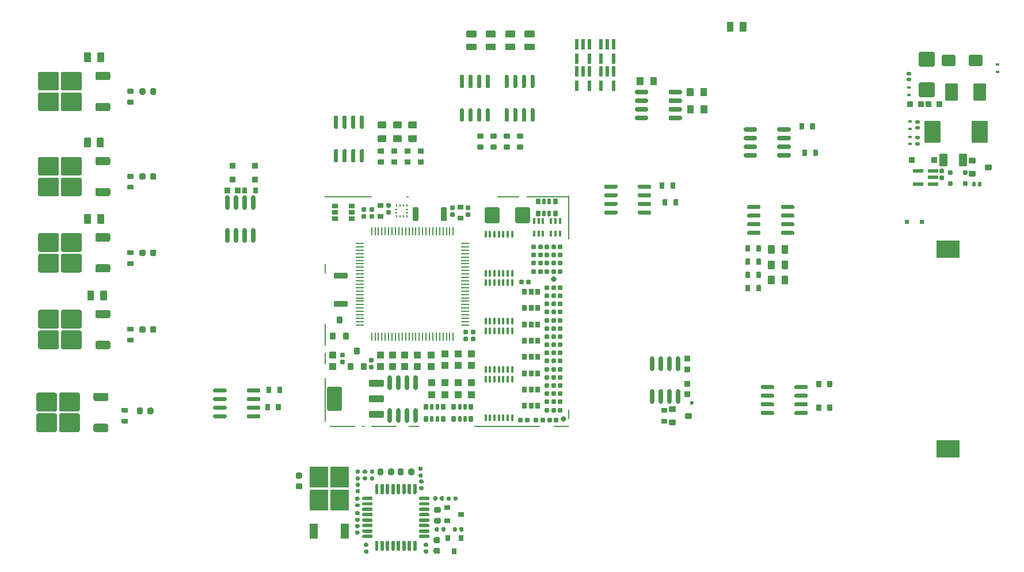
<source format=gtp>
G75*
G70*
%OFA0B0*%
%FSLAX25Y25*%
%IPPOS*%
%LPD*%
%AMOC8*
5,1,8,0,0,1.08239X$1,22.5*
%
%AMM105*
21,1,0.033470,0.026770,-0.000000,0.000000,90.000000*
21,1,0.026770,0.033470,-0.000000,0.000000,90.000000*
1,1,0.006690,0.013390,0.013390*
1,1,0.006690,0.013390,-0.013390*
1,1,0.006690,-0.013390,-0.013390*
1,1,0.006690,-0.013390,0.013390*
%
%AMM133*
21,1,0.086610,0.073230,-0.000000,-0.000000,90.000000*
21,1,0.069290,0.090550,-0.000000,-0.000000,90.000000*
1,1,0.017320,0.036610,0.034650*
1,1,0.017320,0.036610,-0.034650*
1,1,0.017320,-0.036610,-0.034650*
1,1,0.017320,-0.036610,0.034650*
%
%AMM134*
21,1,0.094490,0.111020,-0.000000,-0.000000,180.000000*
21,1,0.075590,0.129920,-0.000000,-0.000000,180.000000*
1,1,0.018900,-0.037800,0.055510*
1,1,0.018900,0.037800,0.055510*
1,1,0.018900,0.037800,-0.055510*
1,1,0.018900,-0.037800,-0.055510*
%
%AMM135*
21,1,0.074800,0.083460,-0.000000,-0.000000,180.000000*
21,1,0.059840,0.098430,-0.000000,-0.000000,180.000000*
1,1,0.014960,-0.029920,0.041730*
1,1,0.014960,0.029920,0.041730*
1,1,0.014960,0.029920,-0.041730*
1,1,0.014960,-0.029920,-0.041730*
%
%AMM136*
21,1,0.078740,0.053540,-0.000000,-0.000000,0.000000*
21,1,0.065350,0.066930,-0.000000,-0.000000,0.000000*
1,1,0.013390,0.032680,-0.026770*
1,1,0.013390,-0.032680,-0.026770*
1,1,0.013390,-0.032680,0.026770*
1,1,0.013390,0.032680,0.026770*
%
%AMM137*
21,1,0.035430,0.030320,-0.000000,-0.000000,270.000000*
21,1,0.028350,0.037400,-0.000000,-0.000000,270.000000*
1,1,0.007090,-0.015160,-0.014170*
1,1,0.007090,-0.015160,0.014170*
1,1,0.007090,0.015160,0.014170*
1,1,0.007090,0.015160,-0.014170*
%
%AMM138*
21,1,0.021650,0.052760,-0.000000,-0.000000,90.000000*
21,1,0.017320,0.057090,-0.000000,-0.000000,90.000000*
1,1,0.004330,0.026380,0.008660*
1,1,0.004330,0.026380,-0.008660*
1,1,0.004330,-0.026380,-0.008660*
1,1,0.004330,-0.026380,0.008660*
%
%AMM139*
21,1,0.035830,0.026770,-0.000000,-0.000000,180.000000*
21,1,0.029130,0.033470,-0.000000,-0.000000,180.000000*
1,1,0.006690,-0.014570,0.013390*
1,1,0.006690,0.014570,0.013390*
1,1,0.006690,0.014570,-0.013390*
1,1,0.006690,-0.014570,-0.013390*
%
%AMM140*
21,1,0.070870,0.036220,-0.000000,-0.000000,270.000000*
21,1,0.061810,0.045280,-0.000000,-0.000000,270.000000*
1,1,0.009060,-0.018110,-0.030910*
1,1,0.009060,-0.018110,0.030910*
1,1,0.009060,0.018110,0.030910*
1,1,0.009060,0.018110,-0.030910*
%
%AMM141*
21,1,0.033470,0.026770,-0.000000,-0.000000,180.000000*
21,1,0.026770,0.033470,-0.000000,-0.000000,180.000000*
1,1,0.006690,-0.013390,0.013390*
1,1,0.006690,0.013390,0.013390*
1,1,0.006690,0.013390,-0.013390*
1,1,0.006690,-0.013390,-0.013390*
%
%AMM142*
21,1,0.015750,0.016540,-0.000000,-0.000000,90.000000*
21,1,0.012600,0.019680,-0.000000,-0.000000,90.000000*
1,1,0.003150,0.008270,0.006300*
1,1,0.003150,0.008270,-0.006300*
1,1,0.003150,-0.008270,-0.006300*
1,1,0.003150,-0.008270,0.006300*
%
%AMM143*
21,1,0.023620,0.018900,-0.000000,-0.000000,270.000000*
21,1,0.018900,0.023620,-0.000000,-0.000000,270.000000*
1,1,0.004720,-0.009450,-0.009450*
1,1,0.004720,-0.009450,0.009450*
1,1,0.004720,0.009450,0.009450*
1,1,0.004720,0.009450,-0.009450*
%
%AMM144*
21,1,0.019680,0.019680,-0.000000,-0.000000,180.000000*
21,1,0.015750,0.023620,-0.000000,-0.000000,180.000000*
1,1,0.003940,-0.007870,0.009840*
1,1,0.003940,0.007870,0.009840*
1,1,0.003940,0.007870,-0.009840*
1,1,0.003940,-0.007870,-0.009840*
%
%AMM145*
21,1,0.019680,0.019680,-0.000000,-0.000000,90.000000*
21,1,0.015750,0.023620,-0.000000,-0.000000,90.000000*
1,1,0.003940,0.009840,0.007870*
1,1,0.003940,0.009840,-0.007870*
1,1,0.003940,-0.009840,-0.007870*
1,1,0.003940,-0.009840,0.007870*
%
%AMM169*
21,1,0.025590,0.026380,-0.000000,0.000000,0.000000*
21,1,0.020470,0.031500,-0.000000,0.000000,0.000000*
1,1,0.005120,0.010240,-0.013190*
1,1,0.005120,-0.010240,-0.013190*
1,1,0.005120,-0.010240,0.013190*
1,1,0.005120,0.010240,0.013190*
%
%AMM170*
21,1,0.017720,0.027950,-0.000000,0.000000,0.000000*
21,1,0.014170,0.031500,-0.000000,0.000000,0.000000*
1,1,0.003540,0.007090,-0.013980*
1,1,0.003540,-0.007090,-0.013980*
1,1,0.003540,-0.007090,0.013980*
1,1,0.003540,0.007090,0.013980*
%
%AMM171*
21,1,0.012600,0.028980,-0.000000,0.000000,180.000000*
21,1,0.010080,0.031500,-0.000000,0.000000,180.000000*
1,1,0.002520,-0.005040,0.014490*
1,1,0.002520,0.005040,0.014490*
1,1,0.002520,0.005040,-0.014490*
1,1,0.002520,-0.005040,-0.014490*
%
%AMM172*
21,1,0.023620,0.030710,-0.000000,0.000000,270.000000*
21,1,0.018900,0.035430,-0.000000,0.000000,270.000000*
1,1,0.004720,-0.015350,-0.009450*
1,1,0.004720,-0.015350,0.009450*
1,1,0.004720,0.015350,0.009450*
1,1,0.004720,0.015350,-0.009450*
%
%AMM173*
21,1,0.027560,0.018900,-0.000000,0.000000,180.000000*
21,1,0.022840,0.023620,-0.000000,0.000000,180.000000*
1,1,0.004720,-0.011420,0.009450*
1,1,0.004720,0.011420,0.009450*
1,1,0.004720,0.011420,-0.009450*
1,1,0.004720,-0.011420,-0.009450*
%
%AMM174*
21,1,0.031500,0.072440,-0.000000,0.000000,180.000000*
21,1,0.025200,0.078740,-0.000000,0.000000,180.000000*
1,1,0.006300,-0.012600,0.036220*
1,1,0.006300,0.012600,0.036220*
1,1,0.006300,0.012600,-0.036220*
1,1,0.006300,-0.012600,-0.036220*
%
%AMM175*
21,1,0.027560,0.018900,-0.000000,0.000000,270.000000*
21,1,0.022840,0.023620,-0.000000,0.000000,270.000000*
1,1,0.004720,-0.009450,-0.011420*
1,1,0.004720,-0.009450,0.011420*
1,1,0.004720,0.009450,0.011420*
1,1,0.004720,0.009450,-0.011420*
%
%AMM176*
21,1,0.023620,0.030710,-0.000000,0.000000,0.000000*
21,1,0.018900,0.035430,-0.000000,0.000000,0.000000*
1,1,0.004720,0.009450,-0.015350*
1,1,0.004720,-0.009450,-0.015350*
1,1,0.004720,-0.009450,0.015350*
1,1,0.004720,0.009450,0.015350*
%
%AMM177*
21,1,0.035430,0.030320,-0.000000,0.000000,0.000000*
21,1,0.028350,0.037400,-0.000000,0.000000,0.000000*
1,1,0.007090,0.014170,-0.015160*
1,1,0.007090,-0.014170,-0.015160*
1,1,0.007090,-0.014170,0.015160*
1,1,0.007090,0.014170,0.015160*
%
%AMM178*
21,1,0.043310,0.075980,-0.000000,0.000000,90.000000*
21,1,0.034650,0.084650,-0.000000,0.000000,90.000000*
1,1,0.008660,0.037990,0.017320*
1,1,0.008660,0.037990,-0.017320*
1,1,0.008660,-0.037990,-0.017320*
1,1,0.008660,-0.037990,0.017320*
%
%AMM179*
21,1,0.039370,0.035430,-0.000000,0.000000,90.000000*
21,1,0.031500,0.043310,-0.000000,0.000000,90.000000*
1,1,0.007870,0.017720,0.015750*
1,1,0.007870,0.017720,-0.015750*
1,1,0.007870,-0.017720,-0.015750*
1,1,0.007870,-0.017720,0.015750*
%
%AMM180*
21,1,0.027560,0.030710,-0.000000,0.000000,90.000000*
21,1,0.022050,0.036220,-0.000000,0.000000,90.000000*
1,1,0.005510,0.015350,0.011020*
1,1,0.005510,0.015350,-0.011020*
1,1,0.005510,-0.015350,-0.011020*
1,1,0.005510,-0.015350,0.011020*
%
%AMM181*
21,1,0.031500,0.072440,-0.000000,0.000000,90.000000*
21,1,0.025200,0.078740,-0.000000,0.000000,90.000000*
1,1,0.006300,0.036220,0.012600*
1,1,0.006300,0.036220,-0.012600*
1,1,0.006300,-0.036220,-0.012600*
1,1,0.006300,-0.036220,0.012600*
%
%AMM182*
21,1,0.137800,0.067720,-0.000000,0.000000,90.000000*
21,1,0.120870,0.084650,-0.000000,0.000000,90.000000*
1,1,0.016930,0.033860,0.060430*
1,1,0.016930,0.033860,-0.060430*
1,1,0.016930,-0.033860,-0.060430*
1,1,0.016930,-0.033860,0.060430*
%
%AMM183*
21,1,0.043310,0.075990,-0.000000,0.000000,90.000000*
21,1,0.034650,0.084650,-0.000000,0.000000,90.000000*
1,1,0.008660,0.037990,0.017320*
1,1,0.008660,0.037990,-0.017320*
1,1,0.008660,-0.037990,-0.017320*
1,1,0.008660,-0.037990,0.017320*
%
%AMM184*
21,1,0.086610,0.073230,-0.000000,0.000000,180.000000*
21,1,0.069290,0.090550,-0.000000,0.000000,180.000000*
1,1,0.017320,-0.034650,0.036610*
1,1,0.017320,0.034650,0.036610*
1,1,0.017320,0.034650,-0.036610*
1,1,0.017320,-0.034650,-0.036610*
%
%AMM206*
21,1,0.035430,0.030320,-0.000000,0.000000,270.000000*
21,1,0.028350,0.037400,-0.000000,0.000000,270.000000*
1,1,0.007090,-0.015160,-0.014170*
1,1,0.007090,-0.015160,0.014170*
1,1,0.007090,0.015160,0.014170*
1,1,0.007090,0.015160,-0.014170*
%
%AMM224*
21,1,0.027560,0.030710,-0.000000,0.000000,270.000000*
21,1,0.022050,0.036220,-0.000000,0.000000,270.000000*
1,1,0.005510,-0.015350,-0.011020*
1,1,0.005510,-0.015350,0.011020*
1,1,0.005510,0.015350,0.011020*
1,1,0.005510,0.015350,-0.011020*
%
%AMM227*
21,1,0.021650,0.052760,0.000000,-0.000000,180.000000*
21,1,0.017320,0.057090,0.000000,-0.000000,180.000000*
1,1,0.004330,-0.008660,0.026380*
1,1,0.004330,0.008660,0.026380*
1,1,0.004330,0.008660,-0.026380*
1,1,0.004330,-0.008660,-0.026380*
%
%AMM48*
21,1,0.027560,0.030710,0.000000,0.000000,0.000000*
21,1,0.022050,0.036220,0.000000,0.000000,0.000000*
1,1,0.005510,0.011020,-0.015350*
1,1,0.005510,-0.011020,-0.015350*
1,1,0.005510,-0.011020,0.015350*
1,1,0.005510,0.011020,0.015350*
%
%AMM7*
21,1,0.035830,0.026770,0.000000,0.000000,0.000000*
21,1,0.029130,0.033470,0.000000,0.000000,0.000000*
1,1,0.006690,0.014570,-0.013390*
1,1,0.006690,-0.014570,-0.013390*
1,1,0.006690,-0.014570,0.013390*
1,1,0.006690,0.014570,0.013390*
%
%AMM9*
21,1,0.033470,0.026770,0.000000,0.000000,0.000000*
21,1,0.026770,0.033470,0.000000,0.000000,0.000000*
1,1,0.006690,0.013390,-0.013390*
1,1,0.006690,-0.013390,-0.013390*
1,1,0.006690,-0.013390,0.013390*
1,1,0.006690,0.013390,0.013390*
%
%ADD11R,0.13819X0.10000*%
%ADD142O,0.04724X0.00866*%
%ADD143O,0.00866X0.04724*%
%ADD147R,0.01378X0.00984*%
%ADD148R,0.00984X0.01378*%
%ADD156M48*%
%ADD228R,0.03543X0.03150*%
%ADD229R,0.04724X0.08661*%
%ADD232R,0.03150X0.03543*%
%ADD236R,0.10827X0.12008*%
%ADD252O,0.02362X0.08661*%
%ADD26C,0.02362*%
%ADD270M105*%
%ADD309M133*%
%ADD310M134*%
%ADD311M135*%
%ADD312M136*%
%ADD313M137*%
%ADD314M138*%
%ADD315M139*%
%ADD316M140*%
%ADD317M141*%
%ADD318M142*%
%ADD319M143*%
%ADD320M144*%
%ADD321M145*%
%ADD345M169*%
%ADD346M170*%
%ADD347M171*%
%ADD348O,0.01181X0.04331*%
%ADD349M172*%
%ADD350M173*%
%ADD351M174*%
%ADD352M175*%
%ADD353M176*%
%ADD354M177*%
%ADD355M178*%
%ADD356M179*%
%ADD357M180*%
%ADD358M181*%
%ADD359M182*%
%ADD360M183*%
%ADD361M184*%
%ADD38R,0.14567X0.00787*%
%ADD385M206*%
%ADD39R,0.01575X0.00787*%
%ADD40R,0.06299X0.00787*%
%ADD41R,0.38189X0.00787*%
%ADD42R,0.09055X0.00787*%
%ADD425M224*%
%ADD428M227*%
%ADD43R,0.00787X0.05512*%
%ADD44R,0.00787X0.25197*%
%ADD45R,0.00787X0.06693*%
%ADD46R,0.00787X0.12992*%
%ADD47R,0.27559X0.00787*%
%ADD48R,0.12992X0.00787*%
%ADD49R,0.24803X0.00787*%
%ADD69O,0.00000X0.00000*%
%ADD90M7*%
%ADD92M9*%
%ADD98C,0.03150*%
X0000000Y0000000D02*
%LPD*%
G01*
D11*
X0567239Y0213643D03*
X0567239Y0098052D03*
G36*
G01*
X0099116Y0254798D02*
X0099116Y0256816D01*
G75*
G02*
X0099977Y0257677I0000861J0000000D01*
G01*
X0101700Y0257677D01*
G75*
G02*
X0102561Y0256816I0000000J-000861D01*
G01*
X0102561Y0254798D01*
G75*
G02*
X0101700Y0253937I-000861J0000000D01*
G01*
X0099977Y0253937D01*
G75*
G02*
X0099116Y0254798I0000000J0000861D01*
G01*
G37*
G36*
G01*
X0105317Y0254798D02*
X0105317Y0256816D01*
G75*
G02*
X0106178Y0257677I0000861J0000000D01*
G01*
X0107901Y0257677D01*
G75*
G02*
X0108762Y0256816I0000000J-000861D01*
G01*
X0108762Y0254798D01*
G75*
G02*
X0107901Y0253937I-000861J0000000D01*
G01*
X0106178Y0253937D01*
G75*
G02*
X0105317Y0254798I0000000J0000861D01*
G01*
G37*
G36*
G01*
X0449016Y0282500D02*
X0449016Y0283681D01*
G75*
G02*
X0449606Y0284272I0000591J0000000D01*
G01*
X0456102Y0284272D01*
G75*
G02*
X0456693Y0283681I0000000J-000591D01*
G01*
X0456693Y0282500D01*
G75*
G02*
X0456102Y0281909I-000591J0000000D01*
G01*
X0449606Y0281909D01*
G75*
G02*
X0449016Y0282500I0000000J0000591D01*
G01*
G37*
G36*
G01*
X0449016Y0277500D02*
X0449016Y0278681D01*
G75*
G02*
X0449606Y0279272I0000591J0000000D01*
G01*
X0456102Y0279272D01*
G75*
G02*
X0456693Y0278681I0000000J-000591D01*
G01*
X0456693Y0277500D01*
G75*
G02*
X0456102Y0276909I-000591J0000000D01*
G01*
X0449606Y0276909D01*
G75*
G02*
X0449016Y0277500I0000000J0000591D01*
G01*
G37*
G36*
G01*
X0449016Y0272500D02*
X0449016Y0273681D01*
G75*
G02*
X0449606Y0274272I0000591J0000000D01*
G01*
X0456102Y0274272D01*
G75*
G02*
X0456693Y0273681I0000000J-000591D01*
G01*
X0456693Y0272500D01*
G75*
G02*
X0456102Y0271909I-000591J0000000D01*
G01*
X0449606Y0271909D01*
G75*
G02*
X0449016Y0272500I0000000J0000591D01*
G01*
G37*
G36*
G01*
X0449016Y0267500D02*
X0449016Y0268681D01*
G75*
G02*
X0449606Y0269272I0000591J0000000D01*
G01*
X0456102Y0269272D01*
G75*
G02*
X0456693Y0268681I0000000J-000591D01*
G01*
X0456693Y0267500D01*
G75*
G02*
X0456102Y0266909I-000591J0000000D01*
G01*
X0449606Y0266909D01*
G75*
G02*
X0449016Y0267500I0000000J0000591D01*
G01*
G37*
G36*
G01*
X0468504Y0267500D02*
X0468504Y0268681D01*
G75*
G02*
X0469094Y0269272I0000591J0000000D01*
G01*
X0475591Y0269272D01*
G75*
G02*
X0476181Y0268681I0000000J-000591D01*
G01*
X0476181Y0267500D01*
G75*
G02*
X0475591Y0266909I-000591J0000000D01*
G01*
X0469094Y0266909D01*
G75*
G02*
X0468504Y0267500I0000000J0000591D01*
G01*
G37*
G36*
G01*
X0468504Y0272500D02*
X0468504Y0273681D01*
G75*
G02*
X0469094Y0274272I0000591J0000000D01*
G01*
X0475591Y0274272D01*
G75*
G02*
X0476181Y0273681I0000000J-000591D01*
G01*
X0476181Y0272500D01*
G75*
G02*
X0475591Y0271909I-000591J0000000D01*
G01*
X0469094Y0271909D01*
G75*
G02*
X0468504Y0272500I0000000J0000591D01*
G01*
G37*
G36*
G01*
X0468504Y0277500D02*
X0468504Y0278681D01*
G75*
G02*
X0469094Y0279272I0000591J0000000D01*
G01*
X0475591Y0279272D01*
G75*
G02*
X0476181Y0278681I0000000J-000591D01*
G01*
X0476181Y0277500D01*
G75*
G02*
X0475591Y0276909I-000591J0000000D01*
G01*
X0469094Y0276909D01*
G75*
G02*
X0468504Y0277500I0000000J0000591D01*
G01*
G37*
G36*
G01*
X0468504Y0282500D02*
X0468504Y0283681D01*
G75*
G02*
X0469094Y0284272I0000591J0000000D01*
G01*
X0475591Y0284272D01*
G75*
G02*
X0476181Y0283681I0000000J-000591D01*
G01*
X0476181Y0282500D01*
G75*
G02*
X0475591Y0281909I-000591J0000000D01*
G01*
X0469094Y0281909D01*
G75*
G02*
X0468504Y0282500I0000000J0000591D01*
G01*
G37*
G36*
G01*
X0482874Y0268150D02*
X0482874Y0271220D01*
G75*
G02*
X0483150Y0271496I0000276J0000000D01*
G01*
X0485354Y0271496D01*
G75*
G02*
X0485630Y0271220I0000000J-000276D01*
G01*
X0485630Y0268150D01*
G75*
G02*
X0485354Y0267874I-000276J0000000D01*
G01*
X0483150Y0267874D01*
G75*
G02*
X0482874Y0268150I0000000J0000276D01*
G01*
G37*
G36*
G01*
X0489173Y0268150D02*
X0489173Y0271220D01*
G75*
G02*
X0489449Y0271496I0000276J0000000D01*
G01*
X0491654Y0271496D01*
G75*
G02*
X0491929Y0271220I0000000J-000276D01*
G01*
X0491929Y0268150D01*
G75*
G02*
X0491654Y0267874I-000276J0000000D01*
G01*
X0489449Y0267874D01*
G75*
G02*
X0489173Y0268150I0000000J0000276D01*
G01*
G37*
G36*
G01*
X0213563Y0263976D02*
X0212382Y0263976D01*
G75*
G02*
X0211791Y0264567I0000000J0000591D01*
G01*
X0211791Y0271063D01*
G75*
G02*
X0212382Y0271654I0000591J0000000D01*
G01*
X0213563Y0271654D01*
G75*
G02*
X0214154Y0271063I0000000J-000591D01*
G01*
X0214154Y0264567D01*
G75*
G02*
X0213563Y0263976I-000591J0000000D01*
G01*
G37*
G36*
G01*
X0218563Y0263976D02*
X0217382Y0263976D01*
G75*
G02*
X0216791Y0264567I0000000J0000591D01*
G01*
X0216791Y0271063D01*
G75*
G02*
X0217382Y0271654I0000591J0000000D01*
G01*
X0218563Y0271654D01*
G75*
G02*
X0219154Y0271063I0000000J-000591D01*
G01*
X0219154Y0264567D01*
G75*
G02*
X0218563Y0263976I-000591J0000000D01*
G01*
G37*
G36*
G01*
X0223563Y0263976D02*
X0222382Y0263976D01*
G75*
G02*
X0221791Y0264567I0000000J0000591D01*
G01*
X0221791Y0271063D01*
G75*
G02*
X0222382Y0271654I0000591J0000000D01*
G01*
X0223563Y0271654D01*
G75*
G02*
X0224154Y0271063I0000000J-000591D01*
G01*
X0224154Y0264567D01*
G75*
G02*
X0223563Y0263976I-000591J0000000D01*
G01*
G37*
G36*
G01*
X0228563Y0263976D02*
X0227382Y0263976D01*
G75*
G02*
X0226791Y0264567I0000000J0000591D01*
G01*
X0226791Y0271063D01*
G75*
G02*
X0227382Y0271654I0000591J0000000D01*
G01*
X0228563Y0271654D01*
G75*
G02*
X0229154Y0271063I0000000J-000591D01*
G01*
X0229154Y0264567D01*
G75*
G02*
X0228563Y0263976I-000591J0000000D01*
G01*
G37*
G36*
G01*
X0228563Y0283465D02*
X0227382Y0283465D01*
G75*
G02*
X0226791Y0284055I0000000J0000591D01*
G01*
X0226791Y0290551D01*
G75*
G02*
X0227382Y0291142I0000591J0000000D01*
G01*
X0228563Y0291142D01*
G75*
G02*
X0229154Y0290551I0000000J-000591D01*
G01*
X0229154Y0284055D01*
G75*
G02*
X0228563Y0283465I-000591J0000000D01*
G01*
G37*
G36*
G01*
X0223563Y0283465D02*
X0222382Y0283465D01*
G75*
G02*
X0221791Y0284055I0000000J0000591D01*
G01*
X0221791Y0290551D01*
G75*
G02*
X0222382Y0291142I0000591J0000000D01*
G01*
X0223563Y0291142D01*
G75*
G02*
X0224154Y0290551I0000000J-000591D01*
G01*
X0224154Y0284055D01*
G75*
G02*
X0223563Y0283465I-000591J0000000D01*
G01*
G37*
G36*
G01*
X0218563Y0283465D02*
X0217382Y0283465D01*
G75*
G02*
X0216791Y0284055I0000000J0000591D01*
G01*
X0216791Y0290551D01*
G75*
G02*
X0217382Y0291142I0000591J0000000D01*
G01*
X0218563Y0291142D01*
G75*
G02*
X0219154Y0290551I0000000J-000591D01*
G01*
X0219154Y0284055D01*
G75*
G02*
X0218563Y0283465I-000591J0000000D01*
G01*
G37*
G36*
G01*
X0213563Y0283465D02*
X0212382Y0283465D01*
G75*
G02*
X0211791Y0284055I0000000J0000591D01*
G01*
X0211791Y0290551D01*
G75*
G02*
X0212382Y0291142I0000591J0000000D01*
G01*
X0213563Y0291142D01*
G75*
G02*
X0214154Y0290551I0000000J-000591D01*
G01*
X0214154Y0284055D01*
G75*
G02*
X0213563Y0283465I-000591J0000000D01*
G01*
G37*
G36*
G01*
X0450000Y0204938D02*
X0450000Y0208009D01*
G75*
G02*
X0450276Y0208285I0000276J0000000D01*
G01*
X0452480Y0208285D01*
G75*
G02*
X0452756Y0208009I0000000J-000276D01*
G01*
X0452756Y0204938D01*
G75*
G02*
X0452480Y0204663I-000276J0000000D01*
G01*
X0450276Y0204663D01*
G75*
G02*
X0450000Y0204938I0000000J0000276D01*
G01*
G37*
G36*
G01*
X0456299Y0204938D02*
X0456299Y0208009D01*
G75*
G02*
X0456575Y0208285I0000276J0000000D01*
G01*
X0458780Y0208285D01*
G75*
G02*
X0459055Y0208009I0000000J-000276D01*
G01*
X0459055Y0204938D01*
G75*
G02*
X0458780Y0204663I-000276J0000000D01*
G01*
X0456575Y0204663D01*
G75*
G02*
X0456299Y0204938I0000000J0000276D01*
G01*
G37*
G36*
G01*
X0099116Y0304094D02*
X0099116Y0306111D01*
G75*
G02*
X0099977Y0306972I0000861J0000000D01*
G01*
X0101700Y0306972D01*
G75*
G02*
X0102561Y0306111I0000000J-000861D01*
G01*
X0102561Y0304094D01*
G75*
G02*
X0101700Y0303232I-000861J0000000D01*
G01*
X0099977Y0303232D01*
G75*
G02*
X0099116Y0304094I0000000J0000861D01*
G01*
G37*
G36*
G01*
X0105317Y0304094D02*
X0105317Y0306111D01*
G75*
G02*
X0106178Y0306972I0000861J0000000D01*
G01*
X0107901Y0306972D01*
G75*
G02*
X0108762Y0306111I0000000J-000861D01*
G01*
X0108762Y0304094D01*
G75*
G02*
X0107901Y0303232I-000861J0000000D01*
G01*
X0106178Y0303232D01*
G75*
G02*
X0105317Y0304094I0000000J0000861D01*
G01*
G37*
G36*
G01*
X0312303Y0287598D02*
X0311122Y0287598D01*
G75*
G02*
X0310531Y0288189I0000000J0000591D01*
G01*
X0310531Y0294685D01*
G75*
G02*
X0311122Y0295276I0000591J0000000D01*
G01*
X0312303Y0295276D01*
G75*
G02*
X0312894Y0294685I0000000J-000591D01*
G01*
X0312894Y0288189D01*
G75*
G02*
X0312303Y0287598I-000591J0000000D01*
G01*
G37*
G36*
G01*
X0317303Y0287598D02*
X0316122Y0287598D01*
G75*
G02*
X0315531Y0288189I0000000J0000591D01*
G01*
X0315531Y0294685D01*
G75*
G02*
X0316122Y0295276I0000591J0000000D01*
G01*
X0317303Y0295276D01*
G75*
G02*
X0317894Y0294685I0000000J-000591D01*
G01*
X0317894Y0288189D01*
G75*
G02*
X0317303Y0287598I-000591J0000000D01*
G01*
G37*
G36*
G01*
X0322303Y0287598D02*
X0321122Y0287598D01*
G75*
G02*
X0320531Y0288189I0000000J0000591D01*
G01*
X0320531Y0294685D01*
G75*
G02*
X0321122Y0295276I0000591J0000000D01*
G01*
X0322303Y0295276D01*
G75*
G02*
X0322894Y0294685I0000000J-000591D01*
G01*
X0322894Y0288189D01*
G75*
G02*
X0322303Y0287598I-000591J0000000D01*
G01*
G37*
G36*
G01*
X0327303Y0287598D02*
X0326122Y0287598D01*
G75*
G02*
X0325531Y0288189I0000000J0000591D01*
G01*
X0325531Y0294685D01*
G75*
G02*
X0326122Y0295276I0000591J0000000D01*
G01*
X0327303Y0295276D01*
G75*
G02*
X0327894Y0294685I0000000J-000591D01*
G01*
X0327894Y0288189D01*
G75*
G02*
X0327303Y0287598I-000591J0000000D01*
G01*
G37*
G36*
G01*
X0327303Y0307087D02*
X0326122Y0307087D01*
G75*
G02*
X0325531Y0307677I0000000J0000591D01*
G01*
X0325531Y0314173D01*
G75*
G02*
X0326122Y0314764I0000591J0000000D01*
G01*
X0327303Y0314764D01*
G75*
G02*
X0327894Y0314173I0000000J-000591D01*
G01*
X0327894Y0307677D01*
G75*
G02*
X0327303Y0307087I-000591J0000000D01*
G01*
G37*
G36*
G01*
X0322303Y0307087D02*
X0321122Y0307087D01*
G75*
G02*
X0320531Y0307677I0000000J0000591D01*
G01*
X0320531Y0314173D01*
G75*
G02*
X0321122Y0314764I0000591J0000000D01*
G01*
X0322303Y0314764D01*
G75*
G02*
X0322894Y0314173I0000000J-000591D01*
G01*
X0322894Y0307677D01*
G75*
G02*
X0322303Y0307087I-000591J0000000D01*
G01*
G37*
G36*
G01*
X0317303Y0307087D02*
X0316122Y0307087D01*
G75*
G02*
X0315531Y0307677I0000000J0000591D01*
G01*
X0315531Y0314173D01*
G75*
G02*
X0316122Y0314764I0000591J0000000D01*
G01*
X0317303Y0314764D01*
G75*
G02*
X0317894Y0314173I0000000J-000591D01*
G01*
X0317894Y0307677D01*
G75*
G02*
X0317303Y0307087I-000591J0000000D01*
G01*
G37*
G36*
G01*
X0312303Y0307087D02*
X0311122Y0307087D01*
G75*
G02*
X0310531Y0307677I0000000J0000591D01*
G01*
X0310531Y0314173D01*
G75*
G02*
X0311122Y0314764I0000591J0000000D01*
G01*
X0312303Y0314764D01*
G75*
G02*
X0312894Y0314173I0000000J-000591D01*
G01*
X0312894Y0307677D01*
G75*
G02*
X0312303Y0307087I-000591J0000000D01*
G01*
G37*
G36*
G01*
X0305669Y0271547D02*
X0302598Y0271547D01*
G75*
G02*
X0302323Y0271823I0000000J0000276D01*
G01*
X0302323Y0274028D01*
G75*
G02*
X0302598Y0274303I0000276J0000000D01*
G01*
X0305669Y0274303D01*
G75*
G02*
X0305945Y0274028I0000000J-000276D01*
G01*
X0305945Y0271823D01*
G75*
G02*
X0305669Y0271547I-000276J0000000D01*
G01*
G37*
G36*
G01*
X0305669Y0277846D02*
X0302598Y0277846D01*
G75*
G02*
X0302323Y0278122I0000000J0000276D01*
G01*
X0302323Y0280327D01*
G75*
G02*
X0302598Y0280602I0000276J0000000D01*
G01*
X0305669Y0280602D01*
G75*
G02*
X0305945Y0280327I0000000J-000276D01*
G01*
X0305945Y0278122D01*
G75*
G02*
X0305669Y0277846I-000276J0000000D01*
G01*
G37*
G36*
G01*
X0450000Y0212612D02*
X0450000Y0215683D01*
G75*
G02*
X0450276Y0215958I0000276J0000000D01*
G01*
X0452480Y0215958D01*
G75*
G02*
X0452756Y0215683I0000000J-000276D01*
G01*
X0452756Y0212612D01*
G75*
G02*
X0452480Y0212336I-000276J0000000D01*
G01*
X0450276Y0212336D01*
G75*
G02*
X0450000Y0212612I0000000J0000276D01*
G01*
G37*
G36*
G01*
X0456299Y0212612D02*
X0456299Y0215683D01*
G75*
G02*
X0456575Y0215958I0000276J0000000D01*
G01*
X0458780Y0215958D01*
G75*
G02*
X0459055Y0215683I0000000J-000276D01*
G01*
X0459055Y0212612D01*
G75*
G02*
X0458780Y0212336I-000276J0000000D01*
G01*
X0456575Y0212336D01*
G75*
G02*
X0456299Y0212612I0000000J0000276D01*
G01*
G37*
G36*
G01*
X0092087Y0112795D02*
X0089016Y0112795D01*
G75*
G02*
X0088740Y0113071I0000000J0000276D01*
G01*
X0088740Y0115276D01*
G75*
G02*
X0089016Y0115551I0000276J0000000D01*
G01*
X0092087Y0115551D01*
G75*
G02*
X0092362Y0115276I0000000J-000276D01*
G01*
X0092362Y0113071D01*
G75*
G02*
X0092087Y0112795I-000276J0000000D01*
G01*
G37*
G36*
G01*
X0092087Y0119094D02*
X0089016Y0119094D01*
G75*
G02*
X0088740Y0119370I0000000J0000276D01*
G01*
X0088740Y0121575D01*
G75*
G02*
X0089016Y0121850I0000276J0000000D01*
G01*
X0092087Y0121850D01*
G75*
G02*
X0092362Y0121575I0000000J-000276D01*
G01*
X0092362Y0119370D01*
G75*
G02*
X0092087Y0119094I-000276J0000000D01*
G01*
G37*
G36*
G01*
X0067126Y0322343D02*
X0067126Y0327264D01*
G75*
G02*
X0067520Y0327657I0000394J0000000D01*
G01*
X0070669Y0327657D01*
G75*
G02*
X0071063Y0327264I0000000J-000394D01*
G01*
X0071063Y0322343D01*
G75*
G02*
X0070669Y0321949I-000394J0000000D01*
G01*
X0067520Y0321949D01*
G75*
G02*
X0067126Y0322343I0000000J0000394D01*
G01*
G37*
G36*
G01*
X0074606Y0322343D02*
X0074606Y0327264D01*
G75*
G02*
X0075000Y0327657I0000394J0000000D01*
G01*
X0078150Y0327657D01*
G75*
G02*
X0078543Y0327264I0000000J-000394D01*
G01*
X0078543Y0322343D01*
G75*
G02*
X0078150Y0321949I-000394J0000000D01*
G01*
X0075000Y0321949D01*
G75*
G02*
X0074606Y0322343I0000000J0000394D01*
G01*
G37*
G36*
G01*
X0286398Y0287598D02*
X0285217Y0287598D01*
G75*
G02*
X0284626Y0288189I0000000J0000591D01*
G01*
X0284626Y0294685D01*
G75*
G02*
X0285217Y0295276I0000591J0000000D01*
G01*
X0286398Y0295276D01*
G75*
G02*
X0286988Y0294685I0000000J-000591D01*
G01*
X0286988Y0288189D01*
G75*
G02*
X0286398Y0287598I-000591J0000000D01*
G01*
G37*
G36*
G01*
X0291398Y0287598D02*
X0290217Y0287598D01*
G75*
G02*
X0289626Y0288189I0000000J0000591D01*
G01*
X0289626Y0294685D01*
G75*
G02*
X0290217Y0295276I0000591J0000000D01*
G01*
X0291398Y0295276D01*
G75*
G02*
X0291988Y0294685I0000000J-000591D01*
G01*
X0291988Y0288189D01*
G75*
G02*
X0291398Y0287598I-000591J0000000D01*
G01*
G37*
G36*
G01*
X0296398Y0287598D02*
X0295217Y0287598D01*
G75*
G02*
X0294626Y0288189I0000000J0000591D01*
G01*
X0294626Y0294685D01*
G75*
G02*
X0295217Y0295276I0000591J0000000D01*
G01*
X0296398Y0295276D01*
G75*
G02*
X0296988Y0294685I0000000J-000591D01*
G01*
X0296988Y0288189D01*
G75*
G02*
X0296398Y0287598I-000591J0000000D01*
G01*
G37*
G36*
G01*
X0301398Y0287598D02*
X0300217Y0287598D01*
G75*
G02*
X0299626Y0288189I0000000J0000591D01*
G01*
X0299626Y0294685D01*
G75*
G02*
X0300217Y0295276I0000591J0000000D01*
G01*
X0301398Y0295276D01*
G75*
G02*
X0301988Y0294685I0000000J-000591D01*
G01*
X0301988Y0288189D01*
G75*
G02*
X0301398Y0287598I-000591J0000000D01*
G01*
G37*
G36*
G01*
X0301398Y0307087D02*
X0300217Y0307087D01*
G75*
G02*
X0299626Y0307677I0000000J0000591D01*
G01*
X0299626Y0314173D01*
G75*
G02*
X0300217Y0314764I0000591J0000000D01*
G01*
X0301398Y0314764D01*
G75*
G02*
X0301988Y0314173I0000000J-000591D01*
G01*
X0301988Y0307677D01*
G75*
G02*
X0301398Y0307087I-000591J0000000D01*
G01*
G37*
G36*
G01*
X0296398Y0307087D02*
X0295217Y0307087D01*
G75*
G02*
X0294626Y0307677I0000000J0000591D01*
G01*
X0294626Y0314173D01*
G75*
G02*
X0295217Y0314764I0000591J0000000D01*
G01*
X0296398Y0314764D01*
G75*
G02*
X0296988Y0314173I0000000J-000591D01*
G01*
X0296988Y0307677D01*
G75*
G02*
X0296398Y0307087I-000591J0000000D01*
G01*
G37*
G36*
G01*
X0291398Y0307087D02*
X0290217Y0307087D01*
G75*
G02*
X0289626Y0307677I0000000J0000591D01*
G01*
X0289626Y0314173D01*
G75*
G02*
X0290217Y0314764I0000591J0000000D01*
G01*
X0291398Y0314764D01*
G75*
G02*
X0291988Y0314173I0000000J-000591D01*
G01*
X0291988Y0307677D01*
G75*
G02*
X0291398Y0307087I-000591J0000000D01*
G01*
G37*
G36*
G01*
X0286398Y0307087D02*
X0285217Y0307087D01*
G75*
G02*
X0284626Y0307677I0000000J0000591D01*
G01*
X0284626Y0314173D01*
G75*
G02*
X0285217Y0314764I0000591J0000000D01*
G01*
X0286398Y0314764D01*
G75*
G02*
X0286988Y0314173I0000000J-000591D01*
G01*
X0286988Y0307677D01*
G75*
G02*
X0286398Y0307087I-000591J0000000D01*
G01*
G37*
G36*
G01*
X0068898Y0184480D02*
X0068898Y0189402D01*
G75*
G02*
X0069291Y0189795I0000394J0000000D01*
G01*
X0072441Y0189795D01*
G75*
G02*
X0072835Y0189402I0000000J-000394D01*
G01*
X0072835Y0184480D01*
G75*
G02*
X0072441Y0184087I-000394J0000000D01*
G01*
X0069291Y0184087D01*
G75*
G02*
X0068898Y0184480I0000000J0000394D01*
G01*
G37*
G36*
G01*
X0076378Y0184480D02*
X0076378Y0189402D01*
G75*
G02*
X0076772Y0189795I0000394J0000000D01*
G01*
X0079921Y0189795D01*
G75*
G02*
X0080315Y0189402I0000000J-000394D01*
G01*
X0080315Y0184480D01*
G75*
G02*
X0079921Y0184087I-000394J0000000D01*
G01*
X0076772Y0184087D01*
G75*
G02*
X0076378Y0184480I0000000J0000394D01*
G01*
G37*
G36*
G01*
X0081102Y0111614D02*
X0081102Y0108858D01*
G75*
G02*
X0080118Y0107874I-000984J0000000D01*
G01*
X0073425Y0107874D01*
G75*
G02*
X0072441Y0108858I0000000J0000984D01*
G01*
X0072441Y0111614D01*
G75*
G02*
X0073425Y0112598I0000984J0000000D01*
G01*
X0080118Y0112598D01*
G75*
G02*
X0081102Y0111614I0000000J-000984D01*
G01*
G37*
G36*
G01*
X0064567Y0117638D02*
X0064567Y0108780D01*
G75*
G02*
X0063583Y0107795I-000984J0000000D01*
G01*
X0053543Y0107795D01*
G75*
G02*
X0052559Y0108780I0000000J0000984D01*
G01*
X0052559Y0117638D01*
G75*
G02*
X0053543Y0118622I0000984J0000000D01*
G01*
X0063583Y0118622D01*
G75*
G02*
X0064567Y0117638I0000000J-000984D01*
G01*
G37*
G36*
G01*
X0064567Y0129646D02*
X0064567Y0120787D01*
G75*
G02*
X0063583Y0119803I-000984J0000000D01*
G01*
X0053543Y0119803D01*
G75*
G02*
X0052559Y0120787I0000000J0000984D01*
G01*
X0052559Y0129646D01*
G75*
G02*
X0053543Y0130630I0000984J0000000D01*
G01*
X0063583Y0130630D01*
G75*
G02*
X0064567Y0129646I0000000J-000984D01*
G01*
G37*
G36*
G01*
X0051378Y0117638D02*
X0051378Y0108780D01*
G75*
G02*
X0050394Y0107795I-000984J0000000D01*
G01*
X0040354Y0107795D01*
G75*
G02*
X0039370Y0108780I0000000J0000984D01*
G01*
X0039370Y0117638D01*
G75*
G02*
X0040354Y0118622I0000984J0000000D01*
G01*
X0050394Y0118622D01*
G75*
G02*
X0051378Y0117638I0000000J-000984D01*
G01*
G37*
G36*
G01*
X0051378Y0129646D02*
X0051378Y0120787D01*
G75*
G02*
X0050394Y0119803I-000984J0000000D01*
G01*
X0040354Y0119803D01*
G75*
G02*
X0039370Y0120787I0000000J0000984D01*
G01*
X0039370Y0129646D01*
G75*
G02*
X0040354Y0130630I0000984J0000000D01*
G01*
X0050394Y0130630D01*
G75*
G02*
X0051378Y0129646I0000000J-000984D01*
G01*
G37*
G36*
G01*
X0081102Y0129567D02*
X0081102Y0126811D01*
G75*
G02*
X0080118Y0125827I-000984J0000000D01*
G01*
X0073425Y0125827D01*
G75*
G02*
X0072441Y0126811I0000000J0000984D01*
G01*
X0072441Y0129567D01*
G75*
G02*
X0073425Y0130551I0000984J0000000D01*
G01*
X0080118Y0130551D01*
G75*
G02*
X0081102Y0129567I0000000J-000984D01*
G01*
G37*
G36*
G01*
X0458957Y0133268D02*
X0458957Y0134449D01*
G75*
G02*
X0459547Y0135039I0000591J0000000D01*
G01*
X0466043Y0135039D01*
G75*
G02*
X0466634Y0134449I0000000J-000591D01*
G01*
X0466634Y0133268D01*
G75*
G02*
X0466043Y0132677I-000591J0000000D01*
G01*
X0459547Y0132677D01*
G75*
G02*
X0458957Y0133268I0000000J0000591D01*
G01*
G37*
G36*
G01*
X0458957Y0128268D02*
X0458957Y0129449D01*
G75*
G02*
X0459547Y0130039I0000591J0000000D01*
G01*
X0466043Y0130039D01*
G75*
G02*
X0466634Y0129449I0000000J-000591D01*
G01*
X0466634Y0128268D01*
G75*
G02*
X0466043Y0127677I-000591J0000000D01*
G01*
X0459547Y0127677D01*
G75*
G02*
X0458957Y0128268I0000000J0000591D01*
G01*
G37*
G36*
G01*
X0458957Y0123268D02*
X0458957Y0124449D01*
G75*
G02*
X0459547Y0125039I0000591J0000000D01*
G01*
X0466043Y0125039D01*
G75*
G02*
X0466634Y0124449I0000000J-000591D01*
G01*
X0466634Y0123268D01*
G75*
G02*
X0466043Y0122677I-000591J0000000D01*
G01*
X0459547Y0122677D01*
G75*
G02*
X0458957Y0123268I0000000J0000591D01*
G01*
G37*
G36*
G01*
X0458957Y0118268D02*
X0458957Y0119449D01*
G75*
G02*
X0459547Y0120039I0000591J0000000D01*
G01*
X0466043Y0120039D01*
G75*
G02*
X0466634Y0119449I0000000J-000591D01*
G01*
X0466634Y0118268D01*
G75*
G02*
X0466043Y0117677I-000591J0000000D01*
G01*
X0459547Y0117677D01*
G75*
G02*
X0458957Y0118268I0000000J0000591D01*
G01*
G37*
G36*
G01*
X0478445Y0118268D02*
X0478445Y0119449D01*
G75*
G02*
X0479035Y0120039I0000591J0000000D01*
G01*
X0485531Y0120039D01*
G75*
G02*
X0486122Y0119449I0000000J-000591D01*
G01*
X0486122Y0118268D01*
G75*
G02*
X0485531Y0117677I-000591J0000000D01*
G01*
X0479035Y0117677D01*
G75*
G02*
X0478445Y0118268I0000000J0000591D01*
G01*
G37*
G36*
G01*
X0478445Y0123268D02*
X0478445Y0124449D01*
G75*
G02*
X0479035Y0125039I0000591J0000000D01*
G01*
X0485531Y0125039D01*
G75*
G02*
X0486122Y0124449I0000000J-000591D01*
G01*
X0486122Y0123268D01*
G75*
G02*
X0485531Y0122677I-000591J0000000D01*
G01*
X0479035Y0122677D01*
G75*
G02*
X0478445Y0123268I0000000J0000591D01*
G01*
G37*
G36*
G01*
X0478445Y0128268D02*
X0478445Y0129449D01*
G75*
G02*
X0479035Y0130039I0000591J0000000D01*
G01*
X0485531Y0130039D01*
G75*
G02*
X0486122Y0129449I0000000J-000591D01*
G01*
X0486122Y0128268D01*
G75*
G02*
X0485531Y0127677I-000591J0000000D01*
G01*
X0479035Y0127677D01*
G75*
G02*
X0478445Y0128268I0000000J0000591D01*
G01*
G37*
G36*
G01*
X0478445Y0133268D02*
X0478445Y0134449D01*
G75*
G02*
X0479035Y0135039I0000591J0000000D01*
G01*
X0485531Y0135039D01*
G75*
G02*
X0486122Y0134449I0000000J-000591D01*
G01*
X0486122Y0133268D01*
G75*
G02*
X0485531Y0132677I-000591J0000000D01*
G01*
X0479035Y0132677D01*
G75*
G02*
X0478445Y0133268I0000000J0000591D01*
G01*
G37*
G36*
G01*
X0259350Y0275886D02*
X0255217Y0275886D01*
G75*
G02*
X0254823Y0276280I0000000J0000394D01*
G01*
X0254823Y0279429D01*
G75*
G02*
X0255217Y0279823I0000394J0000000D01*
G01*
X0259350Y0279823D01*
G75*
G02*
X0259744Y0279429I0000000J-000394D01*
G01*
X0259744Y0276280D01*
G75*
G02*
X0259350Y0275886I-000394J0000000D01*
G01*
G37*
G36*
G01*
X0259350Y0283760D02*
X0255217Y0283760D01*
G75*
G02*
X0254823Y0284154I0000000J0000394D01*
G01*
X0254823Y0287303D01*
G75*
G02*
X0255217Y0287697I0000394J0000000D01*
G01*
X0259350Y0287697D01*
G75*
G02*
X0259744Y0287303I0000000J-000394D01*
G01*
X0259744Y0284154D01*
G75*
G02*
X0259350Y0283760I-000394J0000000D01*
G01*
G37*
G36*
G01*
X0097539Y0119070D02*
X0097539Y0121088D01*
G75*
G02*
X0098401Y0121949I0000861J0000000D01*
G01*
X0100123Y0121949D01*
G75*
G02*
X0100984Y0121088I0000000J-000861D01*
G01*
X0100984Y0119070D01*
G75*
G02*
X0100123Y0118209I-000861J0000000D01*
G01*
X0098401Y0118209D01*
G75*
G02*
X0097539Y0119070I0000000J0000861D01*
G01*
G37*
G36*
G01*
X0103740Y0119070D02*
X0103740Y0121088D01*
G75*
G02*
X0104601Y0121949I0000861J0000000D01*
G01*
X0106324Y0121949D01*
G75*
G02*
X0107185Y0121088I0000000J-000861D01*
G01*
X0107185Y0119070D01*
G75*
G02*
X0106324Y0118209I-000861J0000000D01*
G01*
X0104601Y0118209D01*
G75*
G02*
X0103740Y0119070I0000000J0000861D01*
G01*
G37*
G36*
G01*
X0387024Y0309045D02*
X0387024Y0313179D01*
G75*
G02*
X0387418Y0313572I0000394J0000000D01*
G01*
X0390568Y0313572D01*
G75*
G02*
X0390961Y0313179I0000000J-000394D01*
G01*
X0390961Y0309045D01*
G75*
G02*
X0390568Y0308651I-000394J0000000D01*
G01*
X0387418Y0308651D01*
G75*
G02*
X0387024Y0309045I0000000J0000394D01*
G01*
G37*
G36*
G01*
X0394898Y0309045D02*
X0394898Y0313179D01*
G75*
G02*
X0395292Y0313572I0000394J0000000D01*
G01*
X0398442Y0313572D01*
G75*
G02*
X0398835Y0313179I0000000J-000394D01*
G01*
X0398835Y0309045D01*
G75*
G02*
X0398442Y0308651I-000394J0000000D01*
G01*
X0395292Y0308651D01*
G75*
G02*
X0394898Y0309045I0000000J0000394D01*
G01*
G37*
G36*
G01*
X0095374Y0159713D02*
X0092303Y0159713D01*
G75*
G02*
X0092028Y0159988I0000000J0000276D01*
G01*
X0092028Y0162193D01*
G75*
G02*
X0092303Y0162469I0000276J0000000D01*
G01*
X0095374Y0162469D01*
G75*
G02*
X0095650Y0162193I0000000J-000276D01*
G01*
X0095650Y0159988D01*
G75*
G02*
X0095374Y0159713I-000276J0000000D01*
G01*
G37*
G36*
G01*
X0095374Y0166012D02*
X0092303Y0166012D01*
G75*
G02*
X0092028Y0166287I0000000J0000276D01*
G01*
X0092028Y0168492D01*
G75*
G02*
X0092303Y0168768I0000276J0000000D01*
G01*
X0095374Y0168768D01*
G75*
G02*
X0095650Y0168492I0000000J-000276D01*
G01*
X0095650Y0166287D01*
G75*
G02*
X0095374Y0166012I-000276J0000000D01*
G01*
G37*
G36*
G01*
X0450591Y0344980D02*
X0450591Y0340059D01*
G75*
G02*
X0450197Y0339665I-000394J0000000D01*
G01*
X0447047Y0339665D01*
G75*
G02*
X0446654Y0340059I0000000J0000394D01*
G01*
X0446654Y0344980D01*
G75*
G02*
X0447047Y0345374I0000394J0000000D01*
G01*
X0450197Y0345374D01*
G75*
G02*
X0450591Y0344980I0000000J-000394D01*
G01*
G37*
G36*
G01*
X0443110Y0344980D02*
X0443110Y0340059D01*
G75*
G02*
X0442716Y0339665I-000394J0000000D01*
G01*
X0439567Y0339665D01*
G75*
G02*
X0439173Y0340059I0000000J0000394D01*
G01*
X0439173Y0344980D01*
G75*
G02*
X0439567Y0345374I0000394J0000000D01*
G01*
X0442716Y0345374D01*
G75*
G02*
X0443110Y0344980I0000000J-000394D01*
G01*
G37*
G36*
G01*
X0402067Y0239311D02*
X0402067Y0242382D01*
G75*
G02*
X0402343Y0242657I0000276J0000000D01*
G01*
X0404547Y0242657D01*
G75*
G02*
X0404823Y0242382I0000000J-000276D01*
G01*
X0404823Y0239311D01*
G75*
G02*
X0404547Y0239035I-000276J0000000D01*
G01*
X0402343Y0239035D01*
G75*
G02*
X0402067Y0239311I0000000J0000276D01*
G01*
G37*
G36*
G01*
X0408366Y0239311D02*
X0408366Y0242382D01*
G75*
G02*
X0408642Y0242657I0000276J0000000D01*
G01*
X0410846Y0242657D01*
G75*
G02*
X0411122Y0242382I0000000J-000276D01*
G01*
X0411122Y0239311D01*
G75*
G02*
X0410846Y0239035I-000276J0000000D01*
G01*
X0408642Y0239035D01*
G75*
G02*
X0408366Y0239311I0000000J0000276D01*
G01*
G37*
G36*
G01*
X0491142Y0120512D02*
X0491142Y0123583D01*
G75*
G02*
X0491417Y0123858I0000276J0000000D01*
G01*
X0493622Y0123858D01*
G75*
G02*
X0493898Y0123583I0000000J-000276D01*
G01*
X0493898Y0120512D01*
G75*
G02*
X0493622Y0120236I-000276J0000000D01*
G01*
X0491417Y0120236D01*
G75*
G02*
X0491142Y0120512I0000000J0000276D01*
G01*
G37*
G36*
G01*
X0497441Y0120512D02*
X0497441Y0123583D01*
G75*
G02*
X0497717Y0123858I0000276J0000000D01*
G01*
X0499921Y0123858D01*
G75*
G02*
X0500197Y0123583I0000000J-000276D01*
G01*
X0500197Y0120512D01*
G75*
G02*
X0499921Y0120236I-000276J0000000D01*
G01*
X0497717Y0120236D01*
G75*
G02*
X0497441Y0120512I0000000J0000276D01*
G01*
G37*
G36*
G01*
X0450000Y0197265D02*
X0450000Y0200336D01*
G75*
G02*
X0450276Y0200611I0000276J0000000D01*
G01*
X0452480Y0200611D01*
G75*
G02*
X0452756Y0200336I0000000J-000276D01*
G01*
X0452756Y0197265D01*
G75*
G02*
X0452480Y0196989I-000276J0000000D01*
G01*
X0450276Y0196989D01*
G75*
G02*
X0450000Y0197265I0000000J0000276D01*
G01*
G37*
G36*
G01*
X0456299Y0197265D02*
X0456299Y0200336D01*
G75*
G02*
X0456575Y0200611I0000276J0000000D01*
G01*
X0458780Y0200611D01*
G75*
G02*
X0459055Y0200336I0000000J-000276D01*
G01*
X0459055Y0197265D01*
G75*
G02*
X0458780Y0196989I-000276J0000000D01*
G01*
X0456575Y0196989D01*
G75*
G02*
X0456299Y0197265I0000000J0000276D01*
G01*
G37*
G36*
G01*
X0542564Y0230828D02*
X0544454Y0230828D01*
G75*
G02*
X0544690Y0230592I0000000J-000236D01*
G01*
X0544690Y0228702D01*
G75*
G02*
X0544454Y0228466I-000236J0000000D01*
G01*
X0542564Y0228466D01*
G75*
G02*
X0542328Y0228702I0000000J0000236D01*
G01*
X0542328Y0230592D01*
G75*
G02*
X0542564Y0230828I0000236J0000000D01*
G01*
G37*
G36*
G01*
X0551225Y0230828D02*
X0553115Y0230828D01*
G75*
G02*
X0553351Y0230592I0000000J-000236D01*
G01*
X0553351Y0228702D01*
G75*
G02*
X0553115Y0228466I-000236J0000000D01*
G01*
X0551225Y0228466D01*
G75*
G02*
X0550989Y0228702I0000000J0000236D01*
G01*
X0550989Y0230592D01*
G75*
G02*
X0551225Y0230828I0000236J0000000D01*
G01*
G37*
G36*
G01*
X0082173Y0159642D02*
X0082173Y0156886D01*
G75*
G02*
X0081189Y0155902I-000984J0000000D01*
G01*
X0074496Y0155902D01*
G75*
G02*
X0073512Y0156886I0000000J0000984D01*
G01*
X0073512Y0159642D01*
G75*
G02*
X0074496Y0160626I0000984J0000000D01*
G01*
X0081189Y0160626D01*
G75*
G02*
X0082173Y0159642I0000000J-000984D01*
G01*
G37*
G36*
G01*
X0065638Y0165665D02*
X0065638Y0156807D01*
G75*
G02*
X0064654Y0155823I-000984J0000000D01*
G01*
X0054614Y0155823D01*
G75*
G02*
X0053630Y0156807I0000000J0000984D01*
G01*
X0053630Y0165665D01*
G75*
G02*
X0054614Y0166650I0000984J0000000D01*
G01*
X0064654Y0166650D01*
G75*
G02*
X0065638Y0165665I0000000J-000984D01*
G01*
G37*
G36*
G01*
X0065638Y0177673D02*
X0065638Y0168815D01*
G75*
G02*
X0064654Y0167831I-000984J0000000D01*
G01*
X0054614Y0167831D01*
G75*
G02*
X0053630Y0168815I0000000J0000984D01*
G01*
X0053630Y0177673D01*
G75*
G02*
X0054614Y0178657I0000984J0000000D01*
G01*
X0064654Y0178657D01*
G75*
G02*
X0065638Y0177673I0000000J-000984D01*
G01*
G37*
G36*
G01*
X0052449Y0165665D02*
X0052449Y0156807D01*
G75*
G02*
X0051465Y0155823I-000984J0000000D01*
G01*
X0041425Y0155823D01*
G75*
G02*
X0040441Y0156807I0000000J0000984D01*
G01*
X0040441Y0165665D01*
G75*
G02*
X0041425Y0166650I0000984J0000000D01*
G01*
X0051465Y0166650D01*
G75*
G02*
X0052449Y0165665I0000000J-000984D01*
G01*
G37*
G36*
G01*
X0052449Y0177673D02*
X0052449Y0168815D01*
G75*
G02*
X0051465Y0167831I-000984J0000000D01*
G01*
X0041425Y0167831D01*
G75*
G02*
X0040441Y0168815I0000000J0000984D01*
G01*
X0040441Y0177673D01*
G75*
G02*
X0041425Y0178657I0000984J0000000D01*
G01*
X0051465Y0178657D01*
G75*
G02*
X0052449Y0177673I0000000J-000984D01*
G01*
G37*
G36*
G01*
X0082173Y0177594D02*
X0082173Y0174839D01*
G75*
G02*
X0081189Y0173854I-000984J0000000D01*
G01*
X0074496Y0173854D01*
G75*
G02*
X0073512Y0174839I0000000J0000984D01*
G01*
X0073512Y0177594D01*
G75*
G02*
X0074496Y0178579I0000984J0000000D01*
G01*
X0081189Y0178579D01*
G75*
G02*
X0082173Y0177594I0000000J-000984D01*
G01*
G37*
G36*
G01*
X0297996Y0271547D02*
X0294925Y0271547D01*
G75*
G02*
X0294649Y0271823I0000000J0000276D01*
G01*
X0294649Y0274028D01*
G75*
G02*
X0294925Y0274303I0000276J0000000D01*
G01*
X0297996Y0274303D01*
G75*
G02*
X0298271Y0274028I0000000J-000276D01*
G01*
X0298271Y0271823D01*
G75*
G02*
X0297996Y0271547I-000276J0000000D01*
G01*
G37*
G36*
G01*
X0297996Y0277846D02*
X0294925Y0277846D01*
G75*
G02*
X0294649Y0278122I0000000J0000276D01*
G01*
X0294649Y0280327D01*
G75*
G02*
X0294925Y0280602I0000276J0000000D01*
G01*
X0297996Y0280602D01*
G75*
G02*
X0298271Y0280327I0000000J-000276D01*
G01*
X0298271Y0278122D01*
G75*
G02*
X0297996Y0277846I-000276J0000000D01*
G01*
G37*
G36*
G01*
X0416173Y0292645D02*
X0416173Y0296779D01*
G75*
G02*
X0416567Y0297172I0000394J0000000D01*
G01*
X0419717Y0297172D01*
G75*
G02*
X0420110Y0296779I0000000J-000394D01*
G01*
X0420110Y0292645D01*
G75*
G02*
X0419717Y0292251I-000394J0000000D01*
G01*
X0416567Y0292251D01*
G75*
G02*
X0416173Y0292645I0000000J0000394D01*
G01*
G37*
G36*
G01*
X0424047Y0292645D02*
X0424047Y0296779D01*
G75*
G02*
X0424441Y0297172I0000394J0000000D01*
G01*
X0427591Y0297172D01*
G75*
G02*
X0427984Y0296779I0000000J-000394D01*
G01*
X0427984Y0292645D01*
G75*
G02*
X0427591Y0292251I-000394J0000000D01*
G01*
X0424441Y0292251D01*
G75*
G02*
X0424047Y0292645I0000000J0000394D01*
G01*
G37*
G36*
G01*
X0241634Y0275886D02*
X0237500Y0275886D01*
G75*
G02*
X0237106Y0276280I0000000J0000394D01*
G01*
X0237106Y0279429D01*
G75*
G02*
X0237500Y0279823I0000394J0000000D01*
G01*
X0241634Y0279823D01*
G75*
G02*
X0242028Y0279429I0000000J-000394D01*
G01*
X0242028Y0276280D01*
G75*
G02*
X0241634Y0275886I-000394J0000000D01*
G01*
G37*
G36*
G01*
X0241634Y0283760D02*
X0237500Y0283760D01*
G75*
G02*
X0237106Y0284154I0000000J0000394D01*
G01*
X0237106Y0287303D01*
G75*
G02*
X0237500Y0287697I0000394J0000000D01*
G01*
X0241634Y0287697D01*
G75*
G02*
X0242028Y0287303I0000000J-000394D01*
G01*
X0242028Y0284154D01*
G75*
G02*
X0241634Y0283760I-000394J0000000D01*
G01*
G37*
G36*
G01*
X0066929Y0273047D02*
X0066929Y0277969D01*
G75*
G02*
X0067323Y0278362I0000394J0000000D01*
G01*
X0070472Y0278362D01*
G75*
G02*
X0070866Y0277969I0000000J-000394D01*
G01*
X0070866Y0273047D01*
G75*
G02*
X0070472Y0272654I-000394J0000000D01*
G01*
X0067323Y0272654D01*
G75*
G02*
X0066929Y0273047I0000000J0000394D01*
G01*
G37*
G36*
G01*
X0074410Y0273047D02*
X0074410Y0277969D01*
G75*
G02*
X0074803Y0278362I0000394J0000000D01*
G01*
X0077953Y0278362D01*
G75*
G02*
X0078347Y0277969I0000000J-000394D01*
G01*
X0078347Y0273047D01*
G75*
G02*
X0077953Y0272654I-000394J0000000D01*
G01*
X0074803Y0272654D01*
G75*
G02*
X0074410Y0273047I0000000J0000394D01*
G01*
G37*
G36*
G01*
X0099116Y0210625D02*
X0099116Y0212643D01*
G75*
G02*
X0099977Y0213504I0000861J0000000D01*
G01*
X0101700Y0213504D01*
G75*
G02*
X0102561Y0212643I0000000J-000861D01*
G01*
X0102561Y0210625D01*
G75*
G02*
X0101700Y0209764I-000861J0000000D01*
G01*
X0099977Y0209764D01*
G75*
G02*
X0099116Y0210625I0000000J0000861D01*
G01*
G37*
G36*
G01*
X0105317Y0210625D02*
X0105317Y0212643D01*
G75*
G02*
X0106178Y0213504I0000861J0000000D01*
G01*
X0107901Y0213504D01*
G75*
G02*
X0108762Y0212643I0000000J-000861D01*
G01*
X0108762Y0210625D01*
G75*
G02*
X0107901Y0209764I-000861J0000000D01*
G01*
X0106178Y0209764D01*
G75*
G02*
X0105317Y0210625I0000000J0000861D01*
G01*
G37*
G36*
G01*
X0248192Y0262894D02*
X0245121Y0262894D01*
G75*
G02*
X0244845Y0263169I0000000J0000276D01*
G01*
X0244845Y0265374D01*
G75*
G02*
X0245121Y0265650I0000276J0000000D01*
G01*
X0248192Y0265650D01*
G75*
G02*
X0248467Y0265374I0000000J-000276D01*
G01*
X0248467Y0263169D01*
G75*
G02*
X0248192Y0262894I-000276J0000000D01*
G01*
G37*
G36*
G01*
X0248192Y0269193D02*
X0245121Y0269193D01*
G75*
G02*
X0244845Y0269469I0000000J0000276D01*
G01*
X0244845Y0271673D01*
G75*
G02*
X0245121Y0271949I0000276J0000000D01*
G01*
X0248192Y0271949D01*
G75*
G02*
X0248467Y0271673I0000000J-000276D01*
G01*
X0248467Y0269469D01*
G75*
G02*
X0248192Y0269193I-000276J0000000D01*
G01*
G37*
G36*
G01*
X0095374Y0297575D02*
X0092303Y0297575D01*
G75*
G02*
X0092028Y0297850I0000000J0000276D01*
G01*
X0092028Y0300055D01*
G75*
G02*
X0092303Y0300331I0000276J0000000D01*
G01*
X0095374Y0300331D01*
G75*
G02*
X0095650Y0300055I0000000J-000276D01*
G01*
X0095650Y0297850D01*
G75*
G02*
X0095374Y0297575I-000276J0000000D01*
G01*
G37*
G36*
G01*
X0095374Y0303874D02*
X0092303Y0303874D01*
G75*
G02*
X0092028Y0304150I0000000J0000276D01*
G01*
X0092028Y0306354D01*
G75*
G02*
X0092303Y0306630I0000276J0000000D01*
G01*
X0095374Y0306630D01*
G75*
G02*
X0095650Y0306354I0000000J-000276D01*
G01*
X0095650Y0304150D01*
G75*
G02*
X0095374Y0303874I-000276J0000000D01*
G01*
G37*
G36*
G01*
X0263538Y0262894D02*
X0260467Y0262894D01*
G75*
G02*
X0260192Y0263169I0000000J0000276D01*
G01*
X0260192Y0265374D01*
G75*
G02*
X0260467Y0265650I0000276J0000000D01*
G01*
X0263538Y0265650D01*
G75*
G02*
X0263814Y0265374I0000000J-000276D01*
G01*
X0263814Y0263169D01*
G75*
G02*
X0263538Y0262894I-000276J0000000D01*
G01*
G37*
G36*
G01*
X0263538Y0269193D02*
X0260467Y0269193D01*
G75*
G02*
X0260192Y0269469I0000000J0000276D01*
G01*
X0260192Y0271673D01*
G75*
G02*
X0260467Y0271949I0000276J0000000D01*
G01*
X0263538Y0271949D01*
G75*
G02*
X0263814Y0271673I0000000J-000276D01*
G01*
X0263814Y0269469D01*
G75*
G02*
X0263538Y0269193I-000276J0000000D01*
G01*
G37*
G36*
G01*
X0451083Y0237598D02*
X0451083Y0238780D01*
G75*
G02*
X0451673Y0239370I0000591J0000000D01*
G01*
X0458169Y0239370D01*
G75*
G02*
X0458760Y0238780I0000000J-000591D01*
G01*
X0458760Y0237598D01*
G75*
G02*
X0458169Y0237008I-000591J0000000D01*
G01*
X0451673Y0237008D01*
G75*
G02*
X0451083Y0237598I0000000J0000591D01*
G01*
G37*
G36*
G01*
X0451083Y0232598D02*
X0451083Y0233780D01*
G75*
G02*
X0451673Y0234370I0000591J0000000D01*
G01*
X0458169Y0234370D01*
G75*
G02*
X0458760Y0233780I0000000J-000591D01*
G01*
X0458760Y0232598D01*
G75*
G02*
X0458169Y0232008I-000591J0000000D01*
G01*
X0451673Y0232008D01*
G75*
G02*
X0451083Y0232598I0000000J0000591D01*
G01*
G37*
G36*
G01*
X0451083Y0227598D02*
X0451083Y0228780D01*
G75*
G02*
X0451673Y0229370I0000591J0000000D01*
G01*
X0458169Y0229370D01*
G75*
G02*
X0458760Y0228780I0000000J-000591D01*
G01*
X0458760Y0227598D01*
G75*
G02*
X0458169Y0227008I-000591J0000000D01*
G01*
X0451673Y0227008D01*
G75*
G02*
X0451083Y0227598I0000000J0000591D01*
G01*
G37*
G36*
G01*
X0451083Y0222598D02*
X0451083Y0223780D01*
G75*
G02*
X0451673Y0224370I0000591J0000000D01*
G01*
X0458169Y0224370D01*
G75*
G02*
X0458760Y0223780I0000000J-000591D01*
G01*
X0458760Y0222598D01*
G75*
G02*
X0458169Y0222008I-000591J0000000D01*
G01*
X0451673Y0222008D01*
G75*
G02*
X0451083Y0222598I0000000J0000591D01*
G01*
G37*
G36*
G01*
X0470571Y0222598D02*
X0470571Y0223780D01*
G75*
G02*
X0471161Y0224370I0000591J0000000D01*
G01*
X0477657Y0224370D01*
G75*
G02*
X0478248Y0223780I0000000J-000591D01*
G01*
X0478248Y0222598D01*
G75*
G02*
X0477657Y0222008I-000591J0000000D01*
G01*
X0471161Y0222008D01*
G75*
G02*
X0470571Y0222598I0000000J0000591D01*
G01*
G37*
G36*
G01*
X0470571Y0227598D02*
X0470571Y0228780D01*
G75*
G02*
X0471161Y0229370I0000591J0000000D01*
G01*
X0477657Y0229370D01*
G75*
G02*
X0478248Y0228780I0000000J-000591D01*
G01*
X0478248Y0227598D01*
G75*
G02*
X0477657Y0227008I-000591J0000000D01*
G01*
X0471161Y0227008D01*
G75*
G02*
X0470571Y0227598I0000000J0000591D01*
G01*
G37*
G36*
G01*
X0470571Y0232598D02*
X0470571Y0233780D01*
G75*
G02*
X0471161Y0234370I0000591J0000000D01*
G01*
X0477657Y0234370D01*
G75*
G02*
X0478248Y0233780I0000000J-000591D01*
G01*
X0478248Y0232598D01*
G75*
G02*
X0477657Y0232008I-000591J0000000D01*
G01*
X0471161Y0232008D01*
G75*
G02*
X0470571Y0232598I0000000J0000591D01*
G01*
G37*
G36*
G01*
X0470571Y0237598D02*
X0470571Y0238780D01*
G75*
G02*
X0471161Y0239370I0000591J0000000D01*
G01*
X0477657Y0239370D01*
G75*
G02*
X0478248Y0238780I0000000J-000591D01*
G01*
X0478248Y0237598D01*
G75*
G02*
X0477657Y0237008I-000591J0000000D01*
G01*
X0471161Y0237008D01*
G75*
G02*
X0470571Y0237598I0000000J0000591D01*
G01*
G37*
G36*
G01*
X0450000Y0189592D02*
X0450000Y0192662D01*
G75*
G02*
X0450276Y0192938I0000276J0000000D01*
G01*
X0452480Y0192938D01*
G75*
G02*
X0452756Y0192662I0000000J-000276D01*
G01*
X0452756Y0189592D01*
G75*
G02*
X0452480Y0189316I-000276J0000000D01*
G01*
X0450276Y0189316D01*
G75*
G02*
X0450000Y0189592I0000000J0000276D01*
G01*
G37*
G36*
G01*
X0456299Y0189592D02*
X0456299Y0192662D01*
G75*
G02*
X0456575Y0192938I0000276J0000000D01*
G01*
X0458780Y0192938D01*
G75*
G02*
X0459055Y0192662I0000000J-000276D01*
G01*
X0459055Y0189592D01*
G75*
G02*
X0458780Y0189316I-000276J0000000D01*
G01*
X0456575Y0189316D01*
G75*
G02*
X0456299Y0189592I0000000J0000276D01*
G01*
G37*
G36*
G01*
X0491142Y0134187D02*
X0491142Y0137258D01*
G75*
G02*
X0491417Y0137533I0000276J0000000D01*
G01*
X0493622Y0137533D01*
G75*
G02*
X0493898Y0137258I0000000J-000276D01*
G01*
X0493898Y0134187D01*
G75*
G02*
X0493622Y0133911I-000276J0000000D01*
G01*
X0491417Y0133911D01*
G75*
G02*
X0491142Y0134187I0000000J0000276D01*
G01*
G37*
G36*
G01*
X0497441Y0134187D02*
X0497441Y0137258D01*
G75*
G02*
X0497717Y0137533I0000276J0000000D01*
G01*
X0499921Y0137533D01*
G75*
G02*
X0500197Y0137258I0000000J-000276D01*
G01*
X0500197Y0134187D01*
G75*
G02*
X0499921Y0133911I-000276J0000000D01*
G01*
X0497717Y0133911D01*
G75*
G02*
X0497441Y0134187I0000000J0000276D01*
G01*
G37*
G36*
G01*
X0305023Y0328937D02*
X0300102Y0328937D01*
G75*
G02*
X0299708Y0329331I0000000J0000394D01*
G01*
X0299708Y0332480D01*
G75*
G02*
X0300102Y0332874I0000394J0000000D01*
G01*
X0305023Y0332874D01*
G75*
G02*
X0305416Y0332480I0000000J-000394D01*
G01*
X0305416Y0329331D01*
G75*
G02*
X0305023Y0328937I-000394J0000000D01*
G01*
G37*
G36*
G01*
X0305023Y0336417D02*
X0300102Y0336417D01*
G75*
G02*
X0299708Y0336811I0000000J0000394D01*
G01*
X0299708Y0339961D01*
G75*
G02*
X0300102Y0340354I0000394J0000000D01*
G01*
X0305023Y0340354D01*
G75*
G02*
X0305416Y0339961I0000000J-000394D01*
G01*
X0305416Y0336811D01*
G75*
G02*
X0305023Y0336417I-000394J0000000D01*
G01*
G37*
G36*
G01*
X0099116Y0166231D02*
X0099116Y0168249D01*
G75*
G02*
X0099977Y0169110I0000861J0000000D01*
G01*
X0101700Y0169110D01*
G75*
G02*
X0102561Y0168249I0000000J-000861D01*
G01*
X0102561Y0166231D01*
G75*
G02*
X0101700Y0165370I-000861J0000000D01*
G01*
X0099977Y0165370D01*
G75*
G02*
X0099116Y0166231I0000000J0000861D01*
G01*
G37*
G36*
G01*
X0105317Y0166231D02*
X0105317Y0168249D01*
G75*
G02*
X0106178Y0169110I0000861J0000000D01*
G01*
X0107901Y0169110D01*
G75*
G02*
X0108762Y0168249I0000000J-000861D01*
G01*
X0108762Y0166231D01*
G75*
G02*
X0107901Y0165370I-000861J0000000D01*
G01*
X0106178Y0165370D01*
G75*
G02*
X0105317Y0166231I0000000J0000861D01*
G01*
G37*
G36*
G01*
X0171850Y0120827D02*
X0171850Y0123898D01*
G75*
G02*
X0172126Y0124173I0000276J0000000D01*
G01*
X0174331Y0124173D01*
G75*
G02*
X0174606Y0123898I0000000J-000276D01*
G01*
X0174606Y0120827D01*
G75*
G02*
X0174331Y0120551I-000276J0000000D01*
G01*
X0172126Y0120551D01*
G75*
G02*
X0171850Y0120827I0000000J0000276D01*
G01*
G37*
G36*
G01*
X0178150Y0120827D02*
X0178150Y0123898D01*
G75*
G02*
X0178425Y0124173I0000276J0000000D01*
G01*
X0180630Y0124173D01*
G75*
G02*
X0180906Y0123898I0000000J-000276D01*
G01*
X0180906Y0120827D01*
G75*
G02*
X0180630Y0120551I-000276J0000000D01*
G01*
X0178425Y0120551D01*
G75*
G02*
X0178150Y0120827I0000000J0000276D01*
G01*
G37*
G36*
G01*
X0400394Y0249154D02*
X0400394Y0252224D01*
G75*
G02*
X0400669Y0252500I0000276J0000000D01*
G01*
X0402874Y0252500D01*
G75*
G02*
X0403150Y0252224I0000000J-000276D01*
G01*
X0403150Y0249154D01*
G75*
G02*
X0402874Y0248878I-000276J0000000D01*
G01*
X0400669Y0248878D01*
G75*
G02*
X0400394Y0249154I0000000J0000276D01*
G01*
G37*
G36*
G01*
X0406693Y0249154D02*
X0406693Y0252224D01*
G75*
G02*
X0406969Y0252500I0000276J0000000D01*
G01*
X0409173Y0252500D01*
G75*
G02*
X0409449Y0252224I0000000J-000276D01*
G01*
X0409449Y0249154D01*
G75*
G02*
X0409173Y0248878I-000276J0000000D01*
G01*
X0406969Y0248878D01*
G75*
G02*
X0406693Y0249154I0000000J0000276D01*
G01*
G37*
G36*
G01*
X0082173Y0248209D02*
X0082173Y0245453D01*
G75*
G02*
X0081189Y0244469I-000984J0000000D01*
G01*
X0074496Y0244469D01*
G75*
G02*
X0073512Y0245453I0000000J0000984D01*
G01*
X0073512Y0248209D01*
G75*
G02*
X0074496Y0249193I0000984J0000000D01*
G01*
X0081189Y0249193D01*
G75*
G02*
X0082173Y0248209I0000000J-000984D01*
G01*
G37*
G36*
G01*
X0065638Y0254232D02*
X0065638Y0245374D01*
G75*
G02*
X0064654Y0244390I-000984J0000000D01*
G01*
X0054614Y0244390D01*
G75*
G02*
X0053630Y0245374I0000000J0000984D01*
G01*
X0053630Y0254232D01*
G75*
G02*
X0054614Y0255217I0000984J0000000D01*
G01*
X0064654Y0255217D01*
G75*
G02*
X0065638Y0254232I0000000J-000984D01*
G01*
G37*
G36*
G01*
X0065638Y0266240D02*
X0065638Y0257382D01*
G75*
G02*
X0064654Y0256398I-000984J0000000D01*
G01*
X0054614Y0256398D01*
G75*
G02*
X0053630Y0257382I0000000J0000984D01*
G01*
X0053630Y0266240D01*
G75*
G02*
X0054614Y0267224I0000984J0000000D01*
G01*
X0064654Y0267224D01*
G75*
G02*
X0065638Y0266240I0000000J-000984D01*
G01*
G37*
G36*
G01*
X0052449Y0254232D02*
X0052449Y0245374D01*
G75*
G02*
X0051465Y0244390I-000984J0000000D01*
G01*
X0041425Y0244390D01*
G75*
G02*
X0040441Y0245374I0000000J0000984D01*
G01*
X0040441Y0254232D01*
G75*
G02*
X0041425Y0255217I0000984J0000000D01*
G01*
X0051465Y0255217D01*
G75*
G02*
X0052449Y0254232I0000000J-000984D01*
G01*
G37*
G36*
G01*
X0052449Y0266240D02*
X0052449Y0257382D01*
G75*
G02*
X0051465Y0256398I-000984J0000000D01*
G01*
X0041425Y0256398D01*
G75*
G02*
X0040441Y0257382I0000000J0000984D01*
G01*
X0040441Y0266240D01*
G75*
G02*
X0041425Y0267224I0000984J0000000D01*
G01*
X0051465Y0267224D01*
G75*
G02*
X0052449Y0266240I0000000J-000984D01*
G01*
G37*
G36*
G01*
X0082173Y0266161D02*
X0082173Y0263406D01*
G75*
G02*
X0081189Y0262421I-000984J0000000D01*
G01*
X0074496Y0262421D01*
G75*
G02*
X0073512Y0263406I0000000J0000984D01*
G01*
X0073512Y0266161D01*
G75*
G02*
X0074496Y0267146I0000984J0000000D01*
G01*
X0081189Y0267146D01*
G75*
G02*
X0082173Y0266161I0000000J-000984D01*
G01*
G37*
G36*
G01*
X0293799Y0328937D02*
X0288878Y0328937D01*
G75*
G02*
X0288484Y0329331I0000000J0000394D01*
G01*
X0288484Y0332480D01*
G75*
G02*
X0288878Y0332874I0000394J0000000D01*
G01*
X0293799Y0332874D01*
G75*
G02*
X0294193Y0332480I0000000J-000394D01*
G01*
X0294193Y0329331D01*
G75*
G02*
X0293799Y0328937I-000394J0000000D01*
G01*
G37*
G36*
G01*
X0293799Y0336417D02*
X0288878Y0336417D01*
G75*
G02*
X0288484Y0336811I0000000J0000394D01*
G01*
X0288484Y0339961D01*
G75*
G02*
X0288878Y0340354I0000394J0000000D01*
G01*
X0293799Y0340354D01*
G75*
G02*
X0294193Y0339961I0000000J-000394D01*
G01*
X0294193Y0336811D01*
G75*
G02*
X0293799Y0336417I-000394J0000000D01*
G01*
G37*
G36*
G01*
X0095374Y0248280D02*
X0092303Y0248280D01*
G75*
G02*
X0092028Y0248555I0000000J0000276D01*
G01*
X0092028Y0250760D01*
G75*
G02*
X0092303Y0251035I0000276J0000000D01*
G01*
X0095374Y0251035D01*
G75*
G02*
X0095650Y0250760I0000000J-000276D01*
G01*
X0095650Y0248555D01*
G75*
G02*
X0095374Y0248280I-000276J0000000D01*
G01*
G37*
G36*
G01*
X0095374Y0254579D02*
X0092303Y0254579D01*
G75*
G02*
X0092028Y0254854I0000000J0000276D01*
G01*
X0092028Y0257059D01*
G75*
G02*
X0092303Y0257335I0000276J0000000D01*
G01*
X0095374Y0257335D01*
G75*
G02*
X0095650Y0257059I0000000J-000276D01*
G01*
X0095650Y0254854D01*
G75*
G02*
X0095374Y0254579I-000276J0000000D01*
G01*
G37*
G36*
G01*
X0368209Y0249409D02*
X0368209Y0250591D01*
G75*
G02*
X0368799Y0251181I0000591J0000000D01*
G01*
X0375295Y0251181D01*
G75*
G02*
X0375886Y0250591I0000000J-000591D01*
G01*
X0375886Y0249409D01*
G75*
G02*
X0375295Y0248819I-000591J0000000D01*
G01*
X0368799Y0248819D01*
G75*
G02*
X0368209Y0249409I0000000J0000591D01*
G01*
G37*
G36*
G01*
X0368209Y0244409D02*
X0368209Y0245591D01*
G75*
G02*
X0368799Y0246181I0000591J0000000D01*
G01*
X0375295Y0246181D01*
G75*
G02*
X0375886Y0245591I0000000J-000591D01*
G01*
X0375886Y0244409D01*
G75*
G02*
X0375295Y0243819I-000591J0000000D01*
G01*
X0368799Y0243819D01*
G75*
G02*
X0368209Y0244409I0000000J0000591D01*
G01*
G37*
G36*
G01*
X0368209Y0239409D02*
X0368209Y0240591D01*
G75*
G02*
X0368799Y0241181I0000591J0000000D01*
G01*
X0375295Y0241181D01*
G75*
G02*
X0375886Y0240591I0000000J-000591D01*
G01*
X0375886Y0239409D01*
G75*
G02*
X0375295Y0238819I-000591J0000000D01*
G01*
X0368799Y0238819D01*
G75*
G02*
X0368209Y0239409I0000000J0000591D01*
G01*
G37*
G36*
G01*
X0368209Y0234409D02*
X0368209Y0235591D01*
G75*
G02*
X0368799Y0236181I0000591J0000000D01*
G01*
X0375295Y0236181D01*
G75*
G02*
X0375886Y0235591I0000000J-000591D01*
G01*
X0375886Y0234409D01*
G75*
G02*
X0375295Y0233819I-000591J0000000D01*
G01*
X0368799Y0233819D01*
G75*
G02*
X0368209Y0234409I0000000J0000591D01*
G01*
G37*
G36*
G01*
X0387697Y0234409D02*
X0387697Y0235591D01*
G75*
G02*
X0388287Y0236181I0000591J0000000D01*
G01*
X0394783Y0236181D01*
G75*
G02*
X0395374Y0235591I0000000J-000591D01*
G01*
X0395374Y0234409D01*
G75*
G02*
X0394783Y0233819I-000591J0000000D01*
G01*
X0388287Y0233819D01*
G75*
G02*
X0387697Y0234409I0000000J0000591D01*
G01*
G37*
G36*
G01*
X0387697Y0239409D02*
X0387697Y0240591D01*
G75*
G02*
X0388287Y0241181I0000591J0000000D01*
G01*
X0394783Y0241181D01*
G75*
G02*
X0395374Y0240591I0000000J-000591D01*
G01*
X0395374Y0239409D01*
G75*
G02*
X0394783Y0238819I-000591J0000000D01*
G01*
X0388287Y0238819D01*
G75*
G02*
X0387697Y0239409I0000000J0000591D01*
G01*
G37*
G36*
G01*
X0387697Y0244409D02*
X0387697Y0245591D01*
G75*
G02*
X0388287Y0246181I0000591J0000000D01*
G01*
X0394783Y0246181D01*
G75*
G02*
X0395374Y0245591I0000000J-000591D01*
G01*
X0395374Y0244409D01*
G75*
G02*
X0394783Y0243819I-000591J0000000D01*
G01*
X0388287Y0243819D01*
G75*
G02*
X0387697Y0244409I0000000J0000591D01*
G01*
G37*
G36*
G01*
X0387697Y0249409D02*
X0387697Y0250591D01*
G75*
G02*
X0388287Y0251181I0000591J0000000D01*
G01*
X0394783Y0251181D01*
G75*
G02*
X0395374Y0250591I0000000J-000591D01*
G01*
X0395374Y0249409D01*
G75*
G02*
X0394783Y0248819I-000591J0000000D01*
G01*
X0388287Y0248819D01*
G75*
G02*
X0387697Y0249409I0000000J0000591D01*
G01*
G37*
G36*
G01*
X0082173Y0204035D02*
X0082173Y0201280D01*
G75*
G02*
X0081189Y0200295I-000984J0000000D01*
G01*
X0074496Y0200295D01*
G75*
G02*
X0073512Y0201280I0000000J0000984D01*
G01*
X0073512Y0204035D01*
G75*
G02*
X0074496Y0205020I0000984J0000000D01*
G01*
X0081189Y0205020D01*
G75*
G02*
X0082173Y0204035I0000000J-000984D01*
G01*
G37*
G36*
G01*
X0065638Y0210059D02*
X0065638Y0201201D01*
G75*
G02*
X0064654Y0200217I-000984J0000000D01*
G01*
X0054614Y0200217D01*
G75*
G02*
X0053630Y0201201I0000000J0000984D01*
G01*
X0053630Y0210059D01*
G75*
G02*
X0054614Y0211043I0000984J0000000D01*
G01*
X0064654Y0211043D01*
G75*
G02*
X0065638Y0210059I0000000J-000984D01*
G01*
G37*
G36*
G01*
X0065638Y0222067D02*
X0065638Y0213209D01*
G75*
G02*
X0064654Y0212224I-000984J0000000D01*
G01*
X0054614Y0212224D01*
G75*
G02*
X0053630Y0213209I0000000J0000984D01*
G01*
X0053630Y0222067D01*
G75*
G02*
X0054614Y0223051I0000984J0000000D01*
G01*
X0064654Y0223051D01*
G75*
G02*
X0065638Y0222067I0000000J-000984D01*
G01*
G37*
G36*
G01*
X0052449Y0210059D02*
X0052449Y0201201D01*
G75*
G02*
X0051465Y0200217I-000984J0000000D01*
G01*
X0041425Y0200217D01*
G75*
G02*
X0040441Y0201201I0000000J0000984D01*
G01*
X0040441Y0210059D01*
G75*
G02*
X0041425Y0211043I0000984J0000000D01*
G01*
X0051465Y0211043D01*
G75*
G02*
X0052449Y0210059I0000000J-000984D01*
G01*
G37*
G36*
G01*
X0052449Y0222067D02*
X0052449Y0213209D01*
G75*
G02*
X0051465Y0212224I-000984J0000000D01*
G01*
X0041425Y0212224D01*
G75*
G02*
X0040441Y0213209I0000000J0000984D01*
G01*
X0040441Y0222067D01*
G75*
G02*
X0041425Y0223051I0000984J0000000D01*
G01*
X0051465Y0223051D01*
G75*
G02*
X0052449Y0222067I0000000J-000984D01*
G01*
G37*
G36*
G01*
X0082173Y0221988D02*
X0082173Y0219232D01*
G75*
G02*
X0081189Y0218248I-000984J0000000D01*
G01*
X0074496Y0218248D01*
G75*
G02*
X0073512Y0219232I0000000J0000984D01*
G01*
X0073512Y0221988D01*
G75*
G02*
X0074496Y0222972I0000984J0000000D01*
G01*
X0081189Y0222972D01*
G75*
G02*
X0082173Y0221988I0000000J-000984D01*
G01*
G37*
G36*
G01*
X0316246Y0328937D02*
X0311325Y0328937D01*
G75*
G02*
X0310931Y0329331I0000000J0000394D01*
G01*
X0310931Y0332480D01*
G75*
G02*
X0311325Y0332874I0000394J0000000D01*
G01*
X0316246Y0332874D01*
G75*
G02*
X0316640Y0332480I0000000J-000394D01*
G01*
X0316640Y0329331D01*
G75*
G02*
X0316246Y0328937I-000394J0000000D01*
G01*
G37*
G36*
G01*
X0316246Y0336417D02*
X0311325Y0336417D01*
G75*
G02*
X0310931Y0336811I0000000J0000394D01*
G01*
X0310931Y0339961D01*
G75*
G02*
X0311325Y0340354I0000394J0000000D01*
G01*
X0316246Y0340354D01*
G75*
G02*
X0316640Y0339961I0000000J-000394D01*
G01*
X0316640Y0336811D01*
G75*
G02*
X0316246Y0336417I-000394J0000000D01*
G01*
G37*
G36*
G01*
X0255865Y0262894D02*
X0252794Y0262894D01*
G75*
G02*
X0252518Y0263169I0000000J0000276D01*
G01*
X0252518Y0265374D01*
G75*
G02*
X0252794Y0265650I0000276J0000000D01*
G01*
X0255865Y0265650D01*
G75*
G02*
X0256140Y0265374I0000000J-000276D01*
G01*
X0256140Y0263169D01*
G75*
G02*
X0255865Y0262894I-000276J0000000D01*
G01*
G37*
G36*
G01*
X0255865Y0269193D02*
X0252794Y0269193D01*
G75*
G02*
X0252518Y0269469I0000000J0000276D01*
G01*
X0252518Y0271673D01*
G75*
G02*
X0252794Y0271949I0000276J0000000D01*
G01*
X0255865Y0271949D01*
G75*
G02*
X0256140Y0271673I0000000J-000276D01*
G01*
X0256140Y0269469D01*
G75*
G02*
X0255865Y0269193I-000276J0000000D01*
G01*
G37*
G36*
G01*
X0415973Y0302645D02*
X0415973Y0306779D01*
G75*
G02*
X0416367Y0307172I0000394J0000000D01*
G01*
X0419517Y0307172D01*
G75*
G02*
X0419910Y0306779I0000000J-000394D01*
G01*
X0419910Y0302645D01*
G75*
G02*
X0419517Y0302251I-000394J0000000D01*
G01*
X0416367Y0302251D01*
G75*
G02*
X0415973Y0302645I0000000J0000394D01*
G01*
G37*
G36*
G01*
X0423847Y0302645D02*
X0423847Y0306779D01*
G75*
G02*
X0424241Y0307172I0000394J0000000D01*
G01*
X0427391Y0307172D01*
G75*
G02*
X0427784Y0306779I0000000J-000394D01*
G01*
X0427784Y0302645D01*
G75*
G02*
X0427391Y0302251I-000394J0000000D01*
G01*
X0424241Y0302251D01*
G75*
G02*
X0423847Y0302645I0000000J0000394D01*
G01*
G37*
G36*
G01*
X0141831Y0131299D02*
X0141831Y0132480D01*
G75*
G02*
X0142421Y0133071I0000591J0000000D01*
G01*
X0148917Y0133071D01*
G75*
G02*
X0149508Y0132480I0000000J-000591D01*
G01*
X0149508Y0131299D01*
G75*
G02*
X0148917Y0130709I-000591J0000000D01*
G01*
X0142421Y0130709D01*
G75*
G02*
X0141831Y0131299I0000000J0000591D01*
G01*
G37*
G36*
G01*
X0141831Y0126299D02*
X0141831Y0127480D01*
G75*
G02*
X0142421Y0128071I0000591J0000000D01*
G01*
X0148917Y0128071D01*
G75*
G02*
X0149508Y0127480I0000000J-000591D01*
G01*
X0149508Y0126299D01*
G75*
G02*
X0148917Y0125709I-000591J0000000D01*
G01*
X0142421Y0125709D01*
G75*
G02*
X0141831Y0126299I0000000J0000591D01*
G01*
G37*
G36*
G01*
X0141831Y0121299D02*
X0141831Y0122480D01*
G75*
G02*
X0142421Y0123071I0000591J0000000D01*
G01*
X0148917Y0123071D01*
G75*
G02*
X0149508Y0122480I0000000J-000591D01*
G01*
X0149508Y0121299D01*
G75*
G02*
X0148917Y0120709I-000591J0000000D01*
G01*
X0142421Y0120709D01*
G75*
G02*
X0141831Y0121299I0000000J0000591D01*
G01*
G37*
G36*
G01*
X0141831Y0116299D02*
X0141831Y0117480D01*
G75*
G02*
X0142421Y0118071I0000591J0000000D01*
G01*
X0148917Y0118071D01*
G75*
G02*
X0149508Y0117480I0000000J-000591D01*
G01*
X0149508Y0116299D01*
G75*
G02*
X0148917Y0115709I-000591J0000000D01*
G01*
X0142421Y0115709D01*
G75*
G02*
X0141831Y0116299I0000000J0000591D01*
G01*
G37*
G36*
G01*
X0161319Y0116299D02*
X0161319Y0117480D01*
G75*
G02*
X0161909Y0118071I0000591J0000000D01*
G01*
X0168406Y0118071D01*
G75*
G02*
X0168996Y0117480I0000000J-000591D01*
G01*
X0168996Y0116299D01*
G75*
G02*
X0168406Y0115709I-000591J0000000D01*
G01*
X0161909Y0115709D01*
G75*
G02*
X0161319Y0116299I0000000J0000591D01*
G01*
G37*
G36*
G01*
X0161319Y0121299D02*
X0161319Y0122480D01*
G75*
G02*
X0161909Y0123071I0000591J0000000D01*
G01*
X0168406Y0123071D01*
G75*
G02*
X0168996Y0122480I0000000J-000591D01*
G01*
X0168996Y0121299D01*
G75*
G02*
X0168406Y0120709I-000591J0000000D01*
G01*
X0161909Y0120709D01*
G75*
G02*
X0161319Y0121299I0000000J0000591D01*
G01*
G37*
G36*
G01*
X0161319Y0126299D02*
X0161319Y0127480D01*
G75*
G02*
X0161909Y0128071I0000591J0000000D01*
G01*
X0168406Y0128071D01*
G75*
G02*
X0168996Y0127480I0000000J-000591D01*
G01*
X0168996Y0126299D01*
G75*
G02*
X0168406Y0125709I-000591J0000000D01*
G01*
X0161909Y0125709D01*
G75*
G02*
X0161319Y0126299I0000000J0000591D01*
G01*
G37*
G36*
G01*
X0161319Y0131299D02*
X0161319Y0132480D01*
G75*
G02*
X0161909Y0133071I0000591J0000000D01*
G01*
X0168406Y0133071D01*
G75*
G02*
X0168996Y0132480I0000000J-000591D01*
G01*
X0168996Y0131299D01*
G75*
G02*
X0168406Y0130709I-000591J0000000D01*
G01*
X0161909Y0130709D01*
G75*
G02*
X0161319Y0131299I0000000J0000591D01*
G01*
G37*
D69*
X0152854Y0264567D03*
X0419685Y0134646D03*
G36*
G01*
X0321016Y0271547D02*
X0317945Y0271547D01*
G75*
G02*
X0317669Y0271823I0000000J0000276D01*
G01*
X0317669Y0274028D01*
G75*
G02*
X0317945Y0274303I0000276J0000000D01*
G01*
X0321016Y0274303D01*
G75*
G02*
X0321292Y0274028I0000000J-000276D01*
G01*
X0321292Y0271823D01*
G75*
G02*
X0321016Y0271547I-000276J0000000D01*
G01*
G37*
G36*
G01*
X0321016Y0277846D02*
X0317945Y0277846D01*
G75*
G02*
X0317669Y0278122I0000000J0000276D01*
G01*
X0317669Y0280327D01*
G75*
G02*
X0317945Y0280602I0000276J0000000D01*
G01*
X0321016Y0280602D01*
G75*
G02*
X0321292Y0280327I0000000J-000276D01*
G01*
X0321292Y0278122D01*
G75*
G02*
X0321016Y0277846I-000276J0000000D01*
G01*
G37*
G36*
G01*
X0462992Y0202638D02*
X0462992Y0206772D01*
G75*
G02*
X0463386Y0207165I0000394J0000000D01*
G01*
X0466535Y0207165D01*
G75*
G02*
X0466929Y0206772I0000000J-000394D01*
G01*
X0466929Y0202638D01*
G75*
G02*
X0466535Y0202244I-000394J0000000D01*
G01*
X0463386Y0202244D01*
G75*
G02*
X0462992Y0202638I0000000J0000394D01*
G01*
G37*
G36*
G01*
X0470866Y0202638D02*
X0470866Y0206772D01*
G75*
G02*
X0471260Y0207165I0000394J0000000D01*
G01*
X0474409Y0207165D01*
G75*
G02*
X0474803Y0206772I0000000J-000394D01*
G01*
X0474803Y0202638D01*
G75*
G02*
X0474409Y0202244I-000394J0000000D01*
G01*
X0471260Y0202244D01*
G75*
G02*
X0470866Y0202638I0000000J0000394D01*
G01*
G37*
G36*
G01*
X0386024Y0304154D02*
X0386024Y0305335D01*
G75*
G02*
X0386614Y0305925I0000591J0000000D01*
G01*
X0393110Y0305925D01*
G75*
G02*
X0393701Y0305335I0000000J-000591D01*
G01*
X0393701Y0304154D01*
G75*
G02*
X0393110Y0303563I-000591J0000000D01*
G01*
X0386614Y0303563D01*
G75*
G02*
X0386024Y0304154I0000000J0000591D01*
G01*
G37*
G36*
G01*
X0386024Y0299154D02*
X0386024Y0300335D01*
G75*
G02*
X0386614Y0300925I0000591J0000000D01*
G01*
X0393110Y0300925D01*
G75*
G02*
X0393701Y0300335I0000000J-000591D01*
G01*
X0393701Y0299154D01*
G75*
G02*
X0393110Y0298563I-000591J0000000D01*
G01*
X0386614Y0298563D01*
G75*
G02*
X0386024Y0299154I0000000J0000591D01*
G01*
G37*
G36*
G01*
X0386024Y0294154D02*
X0386024Y0295335D01*
G75*
G02*
X0386614Y0295925I0000591J0000000D01*
G01*
X0393110Y0295925D01*
G75*
G02*
X0393701Y0295335I0000000J-000591D01*
G01*
X0393701Y0294154D01*
G75*
G02*
X0393110Y0293563I-000591J0000000D01*
G01*
X0386614Y0293563D01*
G75*
G02*
X0386024Y0294154I0000000J0000591D01*
G01*
G37*
G36*
G01*
X0386024Y0289154D02*
X0386024Y0290335D01*
G75*
G02*
X0386614Y0290925I0000591J0000000D01*
G01*
X0393110Y0290925D01*
G75*
G02*
X0393701Y0290335I0000000J-000591D01*
G01*
X0393701Y0289154D01*
G75*
G02*
X0393110Y0288563I-000591J0000000D01*
G01*
X0386614Y0288563D01*
G75*
G02*
X0386024Y0289154I0000000J0000591D01*
G01*
G37*
G36*
G01*
X0405512Y0289154D02*
X0405512Y0290335D01*
G75*
G02*
X0406102Y0290925I0000591J0000000D01*
G01*
X0412598Y0290925D01*
G75*
G02*
X0413189Y0290335I0000000J-000591D01*
G01*
X0413189Y0289154D01*
G75*
G02*
X0412598Y0288563I-000591J0000000D01*
G01*
X0406102Y0288563D01*
G75*
G02*
X0405512Y0289154I0000000J0000591D01*
G01*
G37*
G36*
G01*
X0405512Y0294154D02*
X0405512Y0295335D01*
G75*
G02*
X0406102Y0295925I0000591J0000000D01*
G01*
X0412598Y0295925D01*
G75*
G02*
X0413189Y0295335I0000000J-000591D01*
G01*
X0413189Y0294154D01*
G75*
G02*
X0412598Y0293563I-000591J0000000D01*
G01*
X0406102Y0293563D01*
G75*
G02*
X0405512Y0294154I0000000J0000591D01*
G01*
G37*
G36*
G01*
X0405512Y0299154D02*
X0405512Y0300335D01*
G75*
G02*
X0406102Y0300925I0000591J0000000D01*
G01*
X0412598Y0300925D01*
G75*
G02*
X0413189Y0300335I0000000J-000591D01*
G01*
X0413189Y0299154D01*
G75*
G02*
X0412598Y0298563I-000591J0000000D01*
G01*
X0406102Y0298563D01*
G75*
G02*
X0405512Y0299154I0000000J0000591D01*
G01*
G37*
G36*
G01*
X0405512Y0304154D02*
X0405512Y0305335D01*
G75*
G02*
X0406102Y0305925I0000591J0000000D01*
G01*
X0412598Y0305925D01*
G75*
G02*
X0413189Y0305335I0000000J-000591D01*
G01*
X0413189Y0304154D01*
G75*
G02*
X0412598Y0303563I-000591J0000000D01*
G01*
X0406102Y0303563D01*
G75*
G02*
X0405512Y0304154I0000000J0000591D01*
G01*
G37*
G36*
G01*
X0327470Y0328937D02*
X0322549Y0328937D01*
G75*
G02*
X0322155Y0329331I0000000J0000394D01*
G01*
X0322155Y0332480D01*
G75*
G02*
X0322549Y0332874I0000394J0000000D01*
G01*
X0327470Y0332874D01*
G75*
G02*
X0327864Y0332480I0000000J-000394D01*
G01*
X0327864Y0329331D01*
G75*
G02*
X0327470Y0328937I-000394J0000000D01*
G01*
G37*
G36*
G01*
X0327470Y0336417D02*
X0322549Y0336417D01*
G75*
G02*
X0322155Y0336811I0000000J0000394D01*
G01*
X0322155Y0339961D01*
G75*
G02*
X0322549Y0340354I0000394J0000000D01*
G01*
X0327470Y0340354D01*
G75*
G02*
X0327864Y0339961I0000000J-000394D01*
G01*
X0327864Y0336811D01*
G75*
G02*
X0327470Y0336417I-000394J0000000D01*
G01*
G37*
G36*
G01*
X0462992Y0211496D02*
X0462992Y0215630D01*
G75*
G02*
X0463386Y0216024I0000394J0000000D01*
G01*
X0466535Y0216024D01*
G75*
G02*
X0466929Y0215630I0000000J-000394D01*
G01*
X0466929Y0211496D01*
G75*
G02*
X0466535Y0211102I-000394J0000000D01*
G01*
X0463386Y0211102D01*
G75*
G02*
X0462992Y0211496I0000000J0000394D01*
G01*
G37*
G36*
G01*
X0470866Y0211496D02*
X0470866Y0215630D01*
G75*
G02*
X0471260Y0216024I0000394J0000000D01*
G01*
X0474409Y0216024D01*
G75*
G02*
X0474803Y0215630I0000000J-000394D01*
G01*
X0474803Y0211496D01*
G75*
G02*
X0474409Y0211102I-000394J0000000D01*
G01*
X0471260Y0211102D01*
G75*
G02*
X0470866Y0211496I0000000J0000394D01*
G01*
G37*
G36*
G01*
X0481201Y0283419D02*
X0481201Y0286490D01*
G75*
G02*
X0481476Y0286765I0000276J0000000D01*
G01*
X0483681Y0286765D01*
G75*
G02*
X0483957Y0286490I0000000J-000276D01*
G01*
X0483957Y0283419D01*
G75*
G02*
X0483681Y0283143I-000276J0000000D01*
G01*
X0481476Y0283143D01*
G75*
G02*
X0481201Y0283419I0000000J0000276D01*
G01*
G37*
G36*
G01*
X0487500Y0283419D02*
X0487500Y0286490D01*
G75*
G02*
X0487776Y0286765I0000276J0000000D01*
G01*
X0489980Y0286765D01*
G75*
G02*
X0490256Y0286490I0000000J-000276D01*
G01*
X0490256Y0283419D01*
G75*
G02*
X0489980Y0283143I-000276J0000000D01*
G01*
X0487776Y0283143D01*
G75*
G02*
X0487500Y0283419I0000000J0000276D01*
G01*
G37*
G36*
G01*
X0067126Y0228874D02*
X0067126Y0233795D01*
G75*
G02*
X0067520Y0234189I0000394J0000000D01*
G01*
X0070669Y0234189D01*
G75*
G02*
X0071063Y0233795I0000000J-000394D01*
G01*
X0071063Y0228874D01*
G75*
G02*
X0070669Y0228480I-000394J0000000D01*
G01*
X0067520Y0228480D01*
G75*
G02*
X0067126Y0228874I0000000J0000394D01*
G01*
G37*
G36*
G01*
X0074606Y0228874D02*
X0074606Y0233795D01*
G75*
G02*
X0075000Y0234189I0000394J0000000D01*
G01*
X0078150Y0234189D01*
G75*
G02*
X0078543Y0233795I0000000J-000394D01*
G01*
X0078543Y0228874D01*
G75*
G02*
X0078150Y0228480I-000394J0000000D01*
G01*
X0075000Y0228480D01*
G75*
G02*
X0074606Y0228874I0000000J0000394D01*
G01*
G37*
G36*
G01*
X0082173Y0297504D02*
X0082173Y0294748D01*
G75*
G02*
X0081189Y0293764I-000984J0000000D01*
G01*
X0074496Y0293764D01*
G75*
G02*
X0073512Y0294748I0000000J0000984D01*
G01*
X0073512Y0297504D01*
G75*
G02*
X0074496Y0298488I0000984J0000000D01*
G01*
X0081189Y0298488D01*
G75*
G02*
X0082173Y0297504I0000000J-000984D01*
G01*
G37*
G36*
G01*
X0065638Y0303528D02*
X0065638Y0294669D01*
G75*
G02*
X0064654Y0293685I-000984J0000000D01*
G01*
X0054614Y0293685D01*
G75*
G02*
X0053630Y0294669I0000000J0000984D01*
G01*
X0053630Y0303528D01*
G75*
G02*
X0054614Y0304512I0000984J0000000D01*
G01*
X0064654Y0304512D01*
G75*
G02*
X0065638Y0303528I0000000J-000984D01*
G01*
G37*
G36*
G01*
X0065638Y0315535D02*
X0065638Y0306677D01*
G75*
G02*
X0064654Y0305693I-000984J0000000D01*
G01*
X0054614Y0305693D01*
G75*
G02*
X0053630Y0306677I0000000J0000984D01*
G01*
X0053630Y0315535D01*
G75*
G02*
X0054614Y0316520I0000984J0000000D01*
G01*
X0064654Y0316520D01*
G75*
G02*
X0065638Y0315535I0000000J-000984D01*
G01*
G37*
G36*
G01*
X0052449Y0303528D02*
X0052449Y0294669D01*
G75*
G02*
X0051465Y0293685I-000984J0000000D01*
G01*
X0041425Y0293685D01*
G75*
G02*
X0040441Y0294669I0000000J0000984D01*
G01*
X0040441Y0303528D01*
G75*
G02*
X0041425Y0304512I0000984J0000000D01*
G01*
X0051465Y0304512D01*
G75*
G02*
X0052449Y0303528I0000000J-000984D01*
G01*
G37*
G36*
G01*
X0052449Y0315535D02*
X0052449Y0306677D01*
G75*
G02*
X0051465Y0305693I-000984J0000000D01*
G01*
X0041425Y0305693D01*
G75*
G02*
X0040441Y0306677I0000000J0000984D01*
G01*
X0040441Y0315535D01*
G75*
G02*
X0041425Y0316520I0000984J0000000D01*
G01*
X0051465Y0316520D01*
G75*
G02*
X0052449Y0315535I0000000J-000984D01*
G01*
G37*
G36*
G01*
X0082173Y0315457D02*
X0082173Y0312701D01*
G75*
G02*
X0081189Y0311717I-000984J0000000D01*
G01*
X0074496Y0311717D01*
G75*
G02*
X0073512Y0312701I0000000J0000984D01*
G01*
X0073512Y0315457D01*
G75*
G02*
X0074496Y0316441I0000984J0000000D01*
G01*
X0081189Y0316441D01*
G75*
G02*
X0082173Y0315457I0000000J-000984D01*
G01*
G37*
G36*
G01*
X0095374Y0204106D02*
X0092303Y0204106D01*
G75*
G02*
X0092028Y0204382I0000000J0000276D01*
G01*
X0092028Y0206587D01*
G75*
G02*
X0092303Y0206862I0000276J0000000D01*
G01*
X0095374Y0206862D01*
G75*
G02*
X0095650Y0206587I0000000J-000276D01*
G01*
X0095650Y0204382D01*
G75*
G02*
X0095374Y0204106I-000276J0000000D01*
G01*
G37*
G36*
G01*
X0095374Y0210406D02*
X0092303Y0210406D01*
G75*
G02*
X0092028Y0210681I0000000J0000276D01*
G01*
X0092028Y0212886D01*
G75*
G02*
X0092303Y0213161I0000276J0000000D01*
G01*
X0095374Y0213161D01*
G75*
G02*
X0095650Y0212886I0000000J-000276D01*
G01*
X0095650Y0210681D01*
G75*
G02*
X0095374Y0210406I-000276J0000000D01*
G01*
G37*
G36*
G01*
X0172638Y0130669D02*
X0172638Y0133740D01*
G75*
G02*
X0172913Y0134016I0000276J0000000D01*
G01*
X0175118Y0134016D01*
G75*
G02*
X0175394Y0133740I0000000J-000276D01*
G01*
X0175394Y0130669D01*
G75*
G02*
X0175118Y0130394I-000276J0000000D01*
G01*
X0172913Y0130394D01*
G75*
G02*
X0172638Y0130669I0000000J0000276D01*
G01*
G37*
G36*
G01*
X0178937Y0130669D02*
X0178937Y0133740D01*
G75*
G02*
X0179213Y0134016I0000276J0000000D01*
G01*
X0181417Y0134016D01*
G75*
G02*
X0181693Y0133740I0000000J-000276D01*
G01*
X0181693Y0130669D01*
G75*
G02*
X0181417Y0130394I-000276J0000000D01*
G01*
X0179213Y0130394D01*
G75*
G02*
X0178937Y0130669I0000000J0000276D01*
G01*
G37*
G36*
G01*
X0250492Y0275886D02*
X0246358Y0275886D01*
G75*
G02*
X0245965Y0276280I0000000J0000394D01*
G01*
X0245965Y0279429D01*
G75*
G02*
X0246358Y0279823I0000394J0000000D01*
G01*
X0250492Y0279823D01*
G75*
G02*
X0250886Y0279429I0000000J-000394D01*
G01*
X0250886Y0276280D01*
G75*
G02*
X0250492Y0275886I-000394J0000000D01*
G01*
G37*
G36*
G01*
X0250492Y0283760D02*
X0246358Y0283760D01*
G75*
G02*
X0245965Y0284154I0000000J0000394D01*
G01*
X0245965Y0287303D01*
G75*
G02*
X0246358Y0287697I0000394J0000000D01*
G01*
X0250492Y0287697D01*
G75*
G02*
X0250886Y0287303I0000000J-000394D01*
G01*
X0250886Y0284154D01*
G75*
G02*
X0250492Y0283760I-000394J0000000D01*
G01*
G37*
G36*
G01*
X0240518Y0262894D02*
X0237447Y0262894D01*
G75*
G02*
X0237172Y0263169I0000000J0000276D01*
G01*
X0237172Y0265374D01*
G75*
G02*
X0237447Y0265650I0000276J0000000D01*
G01*
X0240518Y0265650D01*
G75*
G02*
X0240794Y0265374I0000000J-000276D01*
G01*
X0240794Y0263169D01*
G75*
G02*
X0240518Y0262894I-000276J0000000D01*
G01*
G37*
G36*
G01*
X0240518Y0269193D02*
X0237447Y0269193D01*
G75*
G02*
X0237172Y0269469I0000000J0000276D01*
G01*
X0237172Y0271673D01*
G75*
G02*
X0237447Y0271949I0000276J0000000D01*
G01*
X0240518Y0271949D01*
G75*
G02*
X0240794Y0271673I0000000J-000276D01*
G01*
X0240794Y0269469D01*
G75*
G02*
X0240518Y0269193I-000276J0000000D01*
G01*
G37*
G36*
G01*
X0462992Y0193780D02*
X0462992Y0197913D01*
G75*
G02*
X0463386Y0198307I0000394J0000000D01*
G01*
X0466535Y0198307D01*
G75*
G02*
X0466929Y0197913I0000000J-000394D01*
G01*
X0466929Y0193780D01*
G75*
G02*
X0466535Y0193386I-000394J0000000D01*
G01*
X0463386Y0193386D01*
G75*
G02*
X0462992Y0193780I0000000J0000394D01*
G01*
G37*
G36*
G01*
X0470866Y0193780D02*
X0470866Y0197913D01*
G75*
G02*
X0471260Y0198307I0000394J0000000D01*
G01*
X0474409Y0198307D01*
G75*
G02*
X0474803Y0197913I0000000J-000394D01*
G01*
X0474803Y0193780D01*
G75*
G02*
X0474409Y0193386I-000394J0000000D01*
G01*
X0471260Y0193386D01*
G75*
G02*
X0470866Y0193780I0000000J0000394D01*
G01*
G37*
G36*
G01*
X0313343Y0271547D02*
X0310272Y0271547D01*
G75*
G02*
X0309996Y0271823I0000000J0000276D01*
G01*
X0309996Y0274028D01*
G75*
G02*
X0310272Y0274303I0000276J0000000D01*
G01*
X0313343Y0274303D01*
G75*
G02*
X0313618Y0274028I0000000J-000276D01*
G01*
X0313618Y0271823D01*
G75*
G02*
X0313343Y0271547I-000276J0000000D01*
G01*
G37*
G36*
G01*
X0313343Y0277846D02*
X0310272Y0277846D01*
G75*
G02*
X0309996Y0278122I0000000J0000276D01*
G01*
X0309996Y0280327D01*
G75*
G02*
X0310272Y0280602I0000276J0000000D01*
G01*
X0313343Y0280602D01*
G75*
G02*
X0313618Y0280327I0000000J-000276D01*
G01*
X0313618Y0278122D01*
G75*
G02*
X0313343Y0277846I-000276J0000000D01*
G01*
G37*
X0600012Y0330500D02*
G01*
G75*
D309*
X0554933Y0306133D02*
D03*
X0554933Y0323850D02*
D03*
D310*
X0558260Y0281681D02*
D03*
X0585622Y0281681D02*
D03*
D311*
X0569500Y0304909D02*
D03*
X0585642Y0304909D02*
D03*
D312*
X0567729Y0323020D02*
D03*
X0583477Y0323020D02*
D03*
D313*
X0590668Y0261242D02*
D03*
X0581416Y0264982D02*
D03*
D313*
X0581416Y0257502D02*
D03*
D314*
X0558581Y0251563D02*
D03*
D314*
X0558581Y0255303D02*
D03*
X0558581Y0259043D02*
D03*
X0550117Y0259043D02*
D03*
X0550117Y0251563D02*
D03*
D315*
X0546265Y0265564D02*
D03*
X0559257Y0265564D02*
D03*
D316*
X0564551Y0265276D02*
D03*
X0575969Y0265276D02*
D03*
D317*
X0545366Y0297823D02*
D03*
X0551587Y0297823D02*
D03*
X0555957Y0297823D02*
D03*
X0562177Y0297823D02*
D03*
D318*
X0596043Y0320712D02*
D03*
X0596043Y0316578D02*
D03*
X0545488Y0278838D02*
D03*
X0545488Y0274704D02*
D03*
X0545488Y0283551D02*
D03*
X0545488Y0287685D02*
D03*
X0544596Y0303200D02*
D03*
X0544596Y0307334D02*
D03*
D319*
X0563699Y0258993D02*
D03*
X0563699Y0255056D02*
D03*
X0577374Y0258091D02*
D03*
X0568713Y0258091D02*
D03*
X0577374Y0251694D02*
D03*
X0568713Y0251694D02*
D03*
D320*
X0585747Y0251563D02*
D03*
X0582203Y0251563D02*
D03*
D321*
X0549746Y0274901D02*
D03*
X0549746Y0278445D02*
D03*
X0549746Y0283945D02*
D03*
X0549746Y0287488D02*
D03*
X0544596Y0315501D02*
D03*
X0544596Y0311957D02*
D03*
X0347933Y0110728D02*
G01*
G75*
D46*
X0206594Y0164075D02*
D03*
D45*
X0206594Y0150295D02*
D03*
D48*
X0312697Y0244193D02*
D03*
D43*
X0206594Y0202460D02*
D03*
X0347539Y0118208D02*
D03*
D44*
X0347539Y0231988D02*
D03*
X0206594Y0126476D02*
D03*
D41*
X0311909Y0111122D02*
D03*
D42*
X0343405Y0111122D02*
D03*
D40*
X0258169Y0111122D02*
D03*
D49*
X0335531Y0244193D02*
D03*
D47*
X0219980Y0244193D02*
D03*
D38*
X0240650Y0111122D02*
D03*
X0216634Y0111122D02*
D03*
D39*
X0228642Y0111122D02*
D03*
X0254232Y0244193D02*
D03*
D345*
X0329843Y0234350D02*
D03*
X0329843Y0241437D02*
D03*
X0339882Y0241437D02*
D03*
X0339882Y0234350D02*
D03*
X0281102Y0122539D02*
D03*
X0281102Y0115452D02*
D03*
X0291142Y0115452D02*
D03*
X0291142Y0122539D02*
D03*
X0275000Y0122539D02*
D03*
X0275000Y0115452D02*
D03*
X0264960Y0115452D02*
D03*
X0264960Y0122539D02*
D03*
D346*
X0333287Y0234350D02*
D03*
X0336437Y0234350D02*
D03*
X0336437Y0241437D02*
D03*
X0333287Y0241437D02*
D03*
X0287697Y0115452D02*
D03*
X0284547Y0115452D02*
D03*
X0284547Y0122539D02*
D03*
X0287697Y0122539D02*
D03*
X0271555Y0122539D02*
D03*
X0268405Y0122539D02*
D03*
X0268405Y0115452D02*
D03*
X0271555Y0115452D02*
D03*
D347*
X0332839Y0230138D02*
D03*
X0330280Y0230138D02*
D03*
X0327720Y0230138D02*
D03*
X0332839Y0222658D02*
D03*
X0327720Y0222658D02*
D03*
X0330280Y0222658D02*
D03*
X0337464Y0222658D02*
D03*
X0342583Y0222658D02*
D03*
X0337464Y0230138D02*
D03*
X0340024Y0230138D02*
D03*
X0342583Y0230138D02*
D03*
X0340024Y0222658D02*
D03*
D143*
X0233563Y0162930D02*
D03*
X0235531Y0162930D02*
D03*
X0237500Y0162930D02*
D03*
X0239468Y0162930D02*
D03*
X0241437Y0162930D02*
D03*
X0243405Y0162930D02*
D03*
X0245374Y0162930D02*
D03*
X0247342Y0162930D02*
D03*
X0249311Y0162930D02*
D03*
X0253248Y0162930D02*
D03*
X0255217Y0162930D02*
D03*
X0257185Y0162930D02*
D03*
X0259154Y0162930D02*
D03*
X0261122Y0162930D02*
D03*
X0263091Y0162930D02*
D03*
X0265059Y0162930D02*
D03*
X0267028Y0162930D02*
D03*
X0268996Y0162930D02*
D03*
X0270965Y0162930D02*
D03*
X0272933Y0162930D02*
D03*
X0274901Y0162930D02*
D03*
X0276870Y0162930D02*
D03*
X0278838Y0162930D02*
D03*
X0280807Y0162930D02*
D03*
X0280807Y0223954D02*
D03*
X0278838Y0223954D02*
D03*
X0276870Y0223954D02*
D03*
X0274901Y0223954D02*
D03*
X0272933Y0223954D02*
D03*
X0270965Y0223954D02*
D03*
X0268996Y0223954D02*
D03*
X0267028Y0223954D02*
D03*
X0265059Y0223954D02*
D03*
X0263091Y0223954D02*
D03*
X0261122Y0223954D02*
D03*
X0259154Y0223954D02*
D03*
X0257185Y0223954D02*
D03*
X0255217Y0223954D02*
D03*
X0253248Y0223954D02*
D03*
X0251280Y0223954D02*
D03*
X0249311Y0223954D02*
D03*
X0247342Y0223954D02*
D03*
X0245374Y0223954D02*
D03*
X0243405Y0223954D02*
D03*
X0241437Y0223954D02*
D03*
X0239468Y0223954D02*
D03*
X0237500Y0223954D02*
D03*
X0233563Y0223954D02*
D03*
X0251280Y0162930D02*
D03*
X0235531Y0223954D02*
D03*
D142*
X0287697Y0169820D02*
D03*
X0287697Y0173757D02*
D03*
X0287697Y0175726D02*
D03*
X0287697Y0177694D02*
D03*
X0287697Y0179663D02*
D03*
X0287697Y0181631D02*
D03*
X0287697Y0183600D02*
D03*
X0287697Y0185568D02*
D03*
X0287697Y0187537D02*
D03*
X0287697Y0189505D02*
D03*
X0287697Y0191474D02*
D03*
X0287697Y0193442D02*
D03*
X0287697Y0195411D02*
D03*
X0287697Y0197379D02*
D03*
X0287697Y0199348D02*
D03*
X0287697Y0201316D02*
D03*
X0287697Y0203285D02*
D03*
X0287697Y0205253D02*
D03*
X0287697Y0207222D02*
D03*
X0287697Y0209190D02*
D03*
X0287697Y0211159D02*
D03*
X0287697Y0213127D02*
D03*
X0287697Y0215096D02*
D03*
X0287697Y0217064D02*
D03*
X0226673Y0217064D02*
D03*
X0226673Y0215096D02*
D03*
X0226673Y0213127D02*
D03*
X0226673Y0211159D02*
D03*
X0226673Y0209190D02*
D03*
X0226673Y0207222D02*
D03*
X0226673Y0205253D02*
D03*
X0226673Y0203285D02*
D03*
X0226673Y0201316D02*
D03*
X0226673Y0199348D02*
D03*
X0226673Y0197379D02*
D03*
X0226673Y0195411D02*
D03*
X0226673Y0193442D02*
D03*
X0226673Y0191474D02*
D03*
X0226673Y0189505D02*
D03*
X0226673Y0187537D02*
D03*
X0226673Y0185568D02*
D03*
X0226673Y0183600D02*
D03*
X0226673Y0181631D02*
D03*
X0226673Y0179663D02*
D03*
X0226673Y0177694D02*
D03*
X0226673Y0175726D02*
D03*
X0226673Y0173757D02*
D03*
X0226673Y0171789D02*
D03*
X0226673Y0169820D02*
D03*
X0287697Y0171789D02*
D03*
D348*
X0304626Y0166437D02*
D03*
X0304626Y0194389D02*
D03*
X0304626Y0138484D02*
D03*
X0309744Y0143996D02*
D03*
X0299508Y0171949D02*
D03*
X0302067Y0171949D02*
D03*
X0304626Y0171949D02*
D03*
X0307185Y0171949D02*
D03*
X0309744Y0171949D02*
D03*
X0312303Y0171949D02*
D03*
X0314862Y0171949D02*
D03*
X0299508Y0194389D02*
D03*
X0302067Y0194389D02*
D03*
X0307185Y0194389D02*
D03*
X0309744Y0194389D02*
D03*
X0312303Y0194389D02*
D03*
X0314862Y0194389D02*
D03*
X0299508Y0116043D02*
D03*
X0302067Y0116043D02*
D03*
X0304626Y0116043D02*
D03*
X0307185Y0116043D02*
D03*
X0309744Y0116043D02*
D03*
X0312303Y0116043D02*
D03*
X0314862Y0116043D02*
D03*
X0299508Y0138484D02*
D03*
X0302067Y0138484D02*
D03*
X0307185Y0138484D02*
D03*
X0309744Y0138484D02*
D03*
X0312303Y0138484D02*
D03*
X0314862Y0138484D02*
D03*
X0299508Y0143996D02*
D03*
X0302067Y0143996D02*
D03*
X0304626Y0143996D02*
D03*
X0307185Y0143996D02*
D03*
X0312303Y0143996D02*
D03*
X0314862Y0143996D02*
D03*
X0299508Y0166437D02*
D03*
X0302067Y0166437D02*
D03*
X0307185Y0166437D02*
D03*
X0309744Y0166437D02*
D03*
X0312303Y0166437D02*
D03*
X0314862Y0166437D02*
D03*
X0314862Y0222342D02*
D03*
X0312303Y0222342D02*
D03*
X0309744Y0222342D02*
D03*
X0307185Y0222342D02*
D03*
X0304626Y0222342D02*
D03*
X0302067Y0222342D02*
D03*
X0299508Y0222342D02*
D03*
X0314862Y0199901D02*
D03*
X0312303Y0199901D02*
D03*
X0309744Y0199901D02*
D03*
X0307185Y0199901D02*
D03*
X0304626Y0199901D02*
D03*
X0302067Y0199901D02*
D03*
X0299508Y0199901D02*
D03*
D349*
X0212500Y0235137D02*
D03*
X0212500Y0238878D02*
D03*
X0212500Y0231397D02*
D03*
X0221949Y0231397D02*
D03*
X0221949Y0235137D02*
D03*
X0221949Y0238878D02*
D03*
D350*
X0233760Y0236587D02*
D03*
X0229035Y0236587D02*
D03*
X0243307Y0235118D02*
D03*
X0216522Y0148578D02*
D03*
X0292388Y0161890D02*
D03*
X0233760Y0232651D02*
D03*
X0243307Y0239056D02*
D03*
X0280291Y0233756D02*
D03*
X0280291Y0237693D02*
D03*
X0289346Y0233756D02*
D03*
X0289346Y0237693D02*
D03*
X0229035Y0232651D02*
D03*
X0216522Y0152515D02*
D03*
X0233237Y0145438D02*
D03*
X0233237Y0149375D02*
D03*
X0292388Y0165827D02*
D03*
X0288092Y0165846D02*
D03*
X0288092Y0161909D02*
D03*
D148*
X0251942Y0239044D02*
D03*
X0253910Y0239044D02*
D03*
X0249973Y0232745D02*
D03*
X0251942Y0232745D02*
D03*
X0248005Y0232745D02*
D03*
X0253910Y0232745D02*
D03*
X0248005Y0239044D02*
D03*
X0249973Y0239044D02*
D03*
D147*
X0254107Y0236879D02*
D03*
X0254107Y0234910D02*
D03*
X0247808Y0234910D02*
D03*
X0247808Y0236879D02*
D03*
D351*
X0258957Y0234139D02*
D03*
X0275492Y0234139D02*
D03*
D352*
X0331398Y0205610D02*
D03*
X0331398Y0215059D02*
D03*
X0331398Y0210334D02*
D03*
X0331398Y0200886D02*
D03*
X0342815Y0215059D02*
D03*
X0342815Y0205610D02*
D03*
X0342815Y0210334D02*
D03*
X0342815Y0200886D02*
D03*
X0324418Y0194676D02*
D03*
X0320481Y0194676D02*
D03*
X0338878Y0200886D02*
D03*
D03*
X0334941Y0200886D02*
D03*
X0338878Y0205610D02*
D03*
X0334941Y0205610D02*
D03*
X0327461Y0200886D02*
D03*
X0338878Y0210334D02*
D03*
X0334941Y0210334D02*
D03*
X0327461Y0205610D02*
D03*
X0327461Y0210334D02*
D03*
X0338878Y0215059D02*
D03*
X0334941Y0215059D02*
D03*
X0338878Y0215059D02*
D03*
X0327461Y0215059D02*
D03*
X0338878Y0205610D02*
D03*
X0338878Y0210334D02*
D03*
X0336516Y0114862D02*
D03*
X0340453Y0114862D02*
D03*
X0338878Y0139468D02*
D03*
X0342815Y0139468D02*
D03*
X0338878Y0153641D02*
D03*
X0342815Y0153641D02*
D03*
X0334941Y0172539D02*
D03*
X0338878Y0172539D02*
D03*
X0342815Y0172539D02*
D03*
X0338878Y0172539D02*
D03*
X0334941Y0186712D02*
D03*
X0338878Y0186712D02*
D03*
X0319783Y0114862D02*
D03*
X0323720Y0114862D02*
D03*
X0338878Y0120571D02*
D03*
X0334941Y0120571D02*
D03*
X0338878Y0125295D02*
D03*
X0334941Y0125295D02*
D03*
X0338878Y0130019D02*
D03*
X0334941Y0130019D02*
D03*
X0338878Y0134744D02*
D03*
X0334941Y0134744D02*
D03*
X0338878Y0120571D02*
D03*
X0342815Y0120571D02*
D03*
X0338878Y0125295D02*
D03*
X0342815Y0125295D02*
D03*
X0338878Y0130019D02*
D03*
X0342815Y0130019D02*
D03*
X0338878Y0134744D02*
D03*
X0342815Y0134744D02*
D03*
X0338878Y0139468D02*
D03*
X0334941Y0139468D02*
D03*
X0338878Y0144193D02*
D03*
X0334941Y0144193D02*
D03*
X0338878Y0148917D02*
D03*
X0334941Y0148917D02*
D03*
X0338878Y0153641D02*
D03*
X0334941Y0153641D02*
D03*
X0338878Y0144193D02*
D03*
X0342815Y0144193D02*
D03*
X0338878Y0148917D02*
D03*
X0342815Y0148917D02*
D03*
X0334941Y0158366D02*
D03*
X0338878Y0158366D02*
D03*
X0334941Y0163090D02*
D03*
X0338878Y0163090D02*
D03*
X0334941Y0167815D02*
D03*
X0338878Y0167815D02*
D03*
X0342815Y0158366D02*
D03*
X0338878Y0158366D02*
D03*
X0342815Y0163090D02*
D03*
X0338878Y0163090D02*
D03*
X0342815Y0167815D02*
D03*
X0338878Y0167815D02*
D03*
X0334941Y0177264D02*
D03*
X0338878Y0177264D02*
D03*
X0334941Y0181988D02*
D03*
X0338878Y0181988D02*
D03*
X0334941Y0191437D02*
D03*
X0338878Y0191437D02*
D03*
X0342815Y0177264D02*
D03*
X0338878Y0177264D02*
D03*
X0342815Y0181988D02*
D03*
X0338878Y0181988D02*
D03*
X0342815Y0186712D02*
D03*
X0338878Y0186712D02*
D03*
X0342815Y0191437D02*
D03*
X0338878Y0191437D02*
D03*
X0328839Y0114862D02*
D03*
X0332776Y0114862D02*
D03*
D353*
X0325886Y0179626D02*
D03*
X0325886Y0160728D02*
D03*
X0325886Y0141830D02*
D03*
X0325886Y0122933D02*
D03*
X0322146Y0151279D02*
D03*
X0325886Y0151279D02*
D03*
X0329626Y0151279D02*
D03*
X0329626Y0141830D02*
D03*
X0322146Y0141830D02*
D03*
X0322146Y0132382D02*
D03*
X0325886Y0132382D02*
D03*
X0329626Y0132382D02*
D03*
X0329626Y0122933D02*
D03*
X0322146Y0122933D02*
D03*
X0322146Y0170177D02*
D03*
X0325886Y0170177D02*
D03*
X0329626Y0170177D02*
D03*
X0329626Y0160728D02*
D03*
X0322146Y0160728D02*
D03*
X0322146Y0189075D02*
D03*
X0325886Y0189075D02*
D03*
X0329626Y0189075D02*
D03*
X0329626Y0179626D02*
D03*
X0322146Y0179626D02*
D03*
D354*
X0228851Y0145641D02*
D03*
X0218602Y0163563D02*
D03*
D252*
X0253974Y0136319D02*
D03*
X0258974Y0117421D02*
D03*
X0243974Y0117421D02*
D03*
X0248974Y0117421D02*
D03*
X0253974Y0117421D02*
D03*
X0243974Y0136319D02*
D03*
X0248974Y0136319D02*
D03*
X0258974Y0136319D02*
D03*
D355*
X0236333Y0118011D02*
D03*
X0236333Y0136122D02*
D03*
D356*
X0267859Y0152473D02*
D03*
X0268407Y0136264D02*
D03*
X0276019Y0152950D02*
D03*
X0283630Y0152950D02*
D03*
X0276019Y0136264D02*
D03*
X0283630Y0136264D02*
D03*
X0291242Y0152950D02*
D03*
X0291242Y0136264D02*
D03*
X0267859Y0145780D02*
D03*
X0276019Y0146257D02*
D03*
X0283630Y0146257D02*
D03*
X0291242Y0146257D02*
D03*
X0276019Y0129571D02*
D03*
X0268407Y0129571D02*
D03*
X0259882Y0145780D02*
D03*
X0259882Y0152473D02*
D03*
X0252795Y0152473D02*
D03*
X0252795Y0145780D02*
D03*
X0245709Y0145780D02*
D03*
X0245709Y0152473D02*
D03*
X0238622Y0152473D02*
D03*
X0238622Y0145780D02*
D03*
X0283630Y0129571D02*
D03*
X0291242Y0129571D02*
D03*
X0211122Y0152473D02*
D03*
X0211122Y0145780D02*
D03*
D357*
X0238535Y0239147D02*
D03*
X0238535Y0232847D02*
D03*
X0284976Y0231787D02*
D03*
X0284976Y0238087D02*
D03*
D358*
X0215593Y0198522D02*
D03*
X0215593Y0181987D02*
D03*
D354*
X0211122Y0163563D02*
D03*
X0214862Y0172815D02*
D03*
X0221371Y0145641D02*
D03*
X0225111Y0154893D02*
D03*
D359*
X0211923Y0127067D02*
D03*
D360*
X0236333Y0127067D02*
D03*
D98*
X0338878Y0196358D02*
D03*
X0344783Y0115452D02*
D03*
D361*
X0321136Y0233549D02*
D03*
X0303420Y0233549D02*
D03*
X0292224Y0090256D02*
%LPD*%
G01*
G36*
G01*
X0224616Y0054547D02*
X0225974Y0054547D01*
G75*
G02*
X0226555Y0053967I0000000J-000581D01*
G01*
X0226555Y0052805D01*
G75*
G02*
X0225974Y0052225I-000581J0000000D01*
G01*
X0224616Y0052225D01*
G75*
G02*
X0224035Y0052805I0000000J0000581D01*
G01*
X0224035Y0053967D01*
G75*
G02*
X0224616Y0054547I0000581J0000000D01*
G01*
G37*
G36*
G01*
X0224616Y0050728D02*
X0225974Y0050728D01*
G75*
G02*
X0226555Y0050148I0000000J-000581D01*
G01*
X0226555Y0048986D01*
G75*
G02*
X0225974Y0048406I-000581J0000000D01*
G01*
X0224616Y0048406D01*
G75*
G02*
X0224035Y0048986I0000000J0000581D01*
G01*
X0224035Y0050148D01*
G75*
G02*
X0224616Y0050728I0000581J0000000D01*
G01*
G37*
G36*
G01*
X0283189Y0069971D02*
X0283189Y0068612D01*
G75*
G02*
X0282608Y0068032I-000581J0000000D01*
G01*
X0281446Y0068032D01*
G75*
G02*
X0280866Y0068612I0000000J0000581D01*
G01*
X0280866Y0069971D01*
G75*
G02*
X0281446Y0070551I0000581J0000000D01*
G01*
X0282608Y0070551D01*
G75*
G02*
X0283189Y0069971I0000000J-000581D01*
G01*
G37*
G36*
G01*
X0279370Y0069971D02*
X0279370Y0068612D01*
G75*
G02*
X0278789Y0068032I-000581J0000000D01*
G01*
X0277628Y0068032D01*
G75*
G02*
X0277047Y0068612I0000000J0000581D01*
G01*
X0277047Y0069971D01*
G75*
G02*
X0277628Y0070551I0000581J0000000D01*
G01*
X0278789Y0070551D01*
G75*
G02*
X0279370Y0069971I0000000J-000581D01*
G01*
G37*
G36*
G01*
X0272662Y0054774D02*
X0270644Y0054774D01*
G75*
G02*
X0269783Y0055635I0000000J0000861D01*
G01*
X0269783Y0057357D01*
G75*
G02*
X0270644Y0058219I0000861J0000000D01*
G01*
X0272662Y0058219D01*
G75*
G02*
X0273523Y0057357I0000000J-000861D01*
G01*
X0273523Y0055635D01*
G75*
G02*
X0272662Y0054774I-000861J0000000D01*
G01*
G37*
G36*
G01*
X0272662Y0060975D02*
X0270644Y0060975D01*
G75*
G02*
X0269783Y0061836I0000000J0000861D01*
G01*
X0269783Y0063558D01*
G75*
G02*
X0270644Y0064419I0000861J0000000D01*
G01*
X0272662Y0064419D01*
G75*
G02*
X0273523Y0063558I0000000J-000861D01*
G01*
X0273523Y0061836D01*
G75*
G02*
X0272662Y0060975I-000861J0000000D01*
G01*
G37*
G36*
G01*
X0226171Y0079803D02*
X0224813Y0079803D01*
G75*
G02*
X0224232Y0080384I0000000J0000581D01*
G01*
X0224232Y0081545D01*
G75*
G02*
X0224813Y0082126I0000581J0000000D01*
G01*
X0226171Y0082126D01*
G75*
G02*
X0226752Y0081545I0000000J-000581D01*
G01*
X0226752Y0080384D01*
G75*
G02*
X0226171Y0079803I-000581J0000000D01*
G01*
G37*
G36*
G01*
X0226171Y0083622D02*
X0224813Y0083622D01*
G75*
G02*
X0224232Y0084203I0000000J0000581D01*
G01*
X0224232Y0085364D01*
G75*
G02*
X0224813Y0085945I0000581J0000000D01*
G01*
X0226171Y0085945D01*
G75*
G02*
X0226752Y0085364I0000000J-000581D01*
G01*
X0226752Y0084203D01*
G75*
G02*
X0226171Y0083622I-000581J0000000D01*
G01*
G37*
D228*
X0277362Y0063976D03*
X0277362Y0056496D03*
X0285236Y0060236D03*
G36*
G01*
X0230354Y0079803D02*
X0228996Y0079803D01*
G75*
G02*
X0228415Y0080384I0000000J0000581D01*
G01*
X0228415Y0081545D01*
G75*
G02*
X0228996Y0082126I0000581J0000000D01*
G01*
X0230354Y0082126D01*
G75*
G02*
X0230935Y0081545I0000000J-000581D01*
G01*
X0230935Y0080384D01*
G75*
G02*
X0230354Y0079803I-000581J0000000D01*
G01*
G37*
G36*
G01*
X0230354Y0083622D02*
X0228996Y0083622D01*
G75*
G02*
X0228415Y0084203I0000000J0000581D01*
G01*
X0228415Y0085364D01*
G75*
G02*
X0228996Y0085945I0000581J0000000D01*
G01*
X0230354Y0085945D01*
G75*
G02*
X0230935Y0085364I0000000J-000581D01*
G01*
X0230935Y0084203D01*
G75*
G02*
X0230354Y0083622I-000581J0000000D01*
G01*
G37*
G36*
G01*
X0225974Y0055886D02*
X0224616Y0055886D01*
G75*
G02*
X0224035Y0056467I0000000J0000581D01*
G01*
X0224035Y0057628D01*
G75*
G02*
X0224616Y0058209I0000581J0000000D01*
G01*
X0225974Y0058209D01*
G75*
G02*
X0226555Y0057628I0000000J-000581D01*
G01*
X0226555Y0056467D01*
G75*
G02*
X0225974Y0055886I-000581J0000000D01*
G01*
G37*
G36*
G01*
X0225974Y0059705D02*
X0224616Y0059705D01*
G75*
G02*
X0224035Y0060286I0000000J0000581D01*
G01*
X0224035Y0061447D01*
G75*
G02*
X0224616Y0062028I0000581J0000000D01*
G01*
X0225974Y0062028D01*
G75*
G02*
X0226555Y0061447I0000000J-000581D01*
G01*
X0226555Y0060286D01*
G75*
G02*
X0225974Y0059705I-000581J0000000D01*
G01*
G37*
G36*
G01*
X0229734Y0043622D02*
X0231092Y0043622D01*
G75*
G02*
X0231673Y0043041I0000000J-000581D01*
G01*
X0231673Y0041880D01*
G75*
G02*
X0231092Y0041299I-000581J0000000D01*
G01*
X0229734Y0041299D01*
G75*
G02*
X0229153Y0041880I0000000J0000581D01*
G01*
X0229153Y0043041D01*
G75*
G02*
X0229734Y0043622I0000581J0000000D01*
G01*
G37*
G36*
G01*
X0229734Y0039803D02*
X0231092Y0039803D01*
G75*
G02*
X0231673Y0039223I0000000J-000581D01*
G01*
X0231673Y0038061D01*
G75*
G02*
X0231092Y0037480I-000581J0000000D01*
G01*
X0229734Y0037480D01*
G75*
G02*
X0229153Y0038061I0000000J0000581D01*
G01*
X0229153Y0039223D01*
G75*
G02*
X0229734Y0039803I0000581J0000000D01*
G01*
G37*
G36*
G01*
X0224616Y0070394D02*
X0225974Y0070394D01*
G75*
G02*
X0226555Y0069813I0000000J-000581D01*
G01*
X0226555Y0068652D01*
G75*
G02*
X0225974Y0068071I-000581J0000000D01*
G01*
X0224616Y0068071D01*
G75*
G02*
X0224035Y0068652I0000000J0000581D01*
G01*
X0224035Y0069813D01*
G75*
G02*
X0224616Y0070394I0000581J0000000D01*
G01*
G37*
G36*
G01*
X0224616Y0066575D02*
X0225974Y0066575D01*
G75*
G02*
X0226555Y0065994I0000000J-000581D01*
G01*
X0226555Y0064833D01*
G75*
G02*
X0225974Y0064252I-000581J0000000D01*
G01*
X0224616Y0064252D01*
G75*
G02*
X0224035Y0064833I0000000J0000581D01*
G01*
X0224035Y0065994D01*
G75*
G02*
X0224616Y0066575I0000581J0000000D01*
G01*
G37*
G36*
G01*
X0264380Y0043622D02*
X0265738Y0043622D01*
G75*
G02*
X0266318Y0043041I0000000J-000581D01*
G01*
X0266318Y0041880D01*
G75*
G02*
X0265738Y0041299I-000581J0000000D01*
G01*
X0264380Y0041299D01*
G75*
G02*
X0263799Y0041880I0000000J0000581D01*
G01*
X0263799Y0043041D01*
G75*
G02*
X0264380Y0043622I0000581J0000000D01*
G01*
G37*
G36*
G01*
X0264380Y0039803D02*
X0265738Y0039803D01*
G75*
G02*
X0266318Y0039223I0000000J-000581D01*
G01*
X0266318Y0038061D01*
G75*
G02*
X0265738Y0037480I-000581J0000000D01*
G01*
X0264380Y0037480D01*
G75*
G02*
X0263799Y0038061I0000000J0000581D01*
G01*
X0263799Y0039223D01*
G75*
G02*
X0264380Y0039803I0000581J0000000D01*
G01*
G37*
D236*
X0202913Y0068504D03*
X0214921Y0068504D03*
X0202913Y0081693D03*
X0214921Y0081693D03*
D229*
X0199941Y0050295D03*
X0217893Y0050295D03*
G36*
G01*
X0275413Y0070069D02*
X0275413Y0068711D01*
G75*
G02*
X0274832Y0068130I-000581J0000000D01*
G01*
X0273671Y0068130D01*
G75*
G02*
X0273090Y0068711I0000000J0000581D01*
G01*
X0273090Y0070069D01*
G75*
G02*
X0273671Y0070650I0000581J0000000D01*
G01*
X0274832Y0070650D01*
G75*
G02*
X0275413Y0070069I0000000J-000581D01*
G01*
G37*
G36*
G01*
X0271594Y0070069D02*
X0271594Y0068711D01*
G75*
G02*
X0271013Y0068130I-000581J0000000D01*
G01*
X0269852Y0068130D01*
G75*
G02*
X0269271Y0068711I0000000J0000581D01*
G01*
X0269271Y0070069D01*
G75*
G02*
X0269852Y0070650I0000581J0000000D01*
G01*
X0271013Y0070650D01*
G75*
G02*
X0271594Y0070069I0000000J-000581D01*
G01*
G37*
G36*
G01*
X0236909Y0083735D02*
X0236909Y0085753D01*
G75*
G02*
X0237770Y0086614I0000861J0000000D01*
G01*
X0239493Y0086614D01*
G75*
G02*
X0240354Y0085753I0000000J-000861D01*
G01*
X0240354Y0083735D01*
G75*
G02*
X0239493Y0082874I-000861J0000000D01*
G01*
X0237770Y0082874D01*
G75*
G02*
X0236909Y0083735I0000000J0000861D01*
G01*
G37*
G36*
G01*
X0243110Y0083735D02*
X0243110Y0085753D01*
G75*
G02*
X0243971Y0086614I0000861J0000000D01*
G01*
X0245693Y0086614D01*
G75*
G02*
X0246555Y0085753I0000000J-000861D01*
G01*
X0246555Y0083735D01*
G75*
G02*
X0245693Y0082874I-000861J0000000D01*
G01*
X0243971Y0082874D01*
G75*
G02*
X0243110Y0083735I0000000J0000861D01*
G01*
G37*
G36*
G01*
X0234537Y0079803D02*
X0233179Y0079803D01*
G75*
G02*
X0232598Y0080384I0000000J0000581D01*
G01*
X0232598Y0081545D01*
G75*
G02*
X0233179Y0082126I0000581J0000000D01*
G01*
X0234537Y0082126D01*
G75*
G02*
X0235118Y0081545I0000000J-000581D01*
G01*
X0235118Y0080384D01*
G75*
G02*
X0234537Y0079803I-000581J0000000D01*
G01*
G37*
G36*
G01*
X0234537Y0083622D02*
X0233179Y0083622D01*
G75*
G02*
X0232598Y0084203I0000000J0000581D01*
G01*
X0232598Y0085364D01*
G75*
G02*
X0233179Y0085945I0000581J0000000D01*
G01*
X0234537Y0085945D01*
G75*
G02*
X0235118Y0085364I0000000J-000581D01*
G01*
X0235118Y0084203D01*
G75*
G02*
X0234537Y0083622I-000581J0000000D01*
G01*
G37*
G36*
G01*
X0190428Y0084350D02*
X0192445Y0084350D01*
G75*
G02*
X0193307Y0083489I0000000J-000861D01*
G01*
X0193307Y0081767D01*
G75*
G02*
X0192445Y0080906I-000861J0000000D01*
G01*
X0190428Y0080906D01*
G75*
G02*
X0189567Y0081767I0000000J0000861D01*
G01*
X0189567Y0083489D01*
G75*
G02*
X0190428Y0084350I0000861J0000000D01*
G01*
G37*
G36*
G01*
X0190428Y0078150D02*
X0192445Y0078150D01*
G75*
G02*
X0193307Y0077288I0000000J-000861D01*
G01*
X0193307Y0075566D01*
G75*
G02*
X0192445Y0074705I-000861J0000000D01*
G01*
X0190428Y0074705D01*
G75*
G02*
X0189567Y0075566I0000000J0000861D01*
G01*
X0189567Y0077288D01*
G75*
G02*
X0190428Y0078150I0000861J0000000D01*
G01*
G37*
G36*
G01*
X0258267Y0085753D02*
X0258267Y0083735D01*
G75*
G02*
X0257406Y0082874I-000861J0000000D01*
G01*
X0255684Y0082874D01*
G75*
G02*
X0254822Y0083735I0000000J0000861D01*
G01*
X0254822Y0085753D01*
G75*
G02*
X0255684Y0086614I0000861J0000000D01*
G01*
X0257406Y0086614D01*
G75*
G02*
X0258267Y0085753I0000000J-000861D01*
G01*
G37*
G36*
G01*
X0252067Y0085753D02*
X0252067Y0083735D01*
G75*
G02*
X0251205Y0082874I-000861J0000000D01*
G01*
X0249483Y0082874D01*
G75*
G02*
X0248622Y0083735I0000000J0000861D01*
G01*
X0248622Y0085753D01*
G75*
G02*
X0249483Y0086614I0000861J0000000D01*
G01*
X0251205Y0086614D01*
G75*
G02*
X0252067Y0085753I0000000J-000861D01*
G01*
G37*
G36*
G01*
X0262588Y0081575D02*
X0261230Y0081575D01*
G75*
G02*
X0260649Y0082156I0000000J0000581D01*
G01*
X0260649Y0083317D01*
G75*
G02*
X0261230Y0083898I0000581J0000000D01*
G01*
X0262588Y0083898D01*
G75*
G02*
X0263169Y0083317I0000000J-000581D01*
G01*
X0263169Y0082156D01*
G75*
G02*
X0262588Y0081575I-000581J0000000D01*
G01*
G37*
G36*
G01*
X0262588Y0085394D02*
X0261230Y0085394D01*
G75*
G02*
X0260649Y0085975I0000000J0000581D01*
G01*
X0260649Y0087136D01*
G75*
G02*
X0261230Y0087717I0000581J0000000D01*
G01*
X0262588Y0087717D01*
G75*
G02*
X0263169Y0087136I0000000J-000581D01*
G01*
X0263169Y0085975D01*
G75*
G02*
X0262588Y0085394I-000581J0000000D01*
G01*
G37*
G36*
G01*
X0228149Y0068898D02*
X0228149Y0069882D01*
G75*
G02*
X0228641Y0070374I0000492J0000000D01*
G01*
X0233563Y0070374D01*
G75*
G02*
X0234055Y0069882I0000000J-000492D01*
G01*
X0234055Y0068898D01*
G75*
G02*
X0233563Y0068406I-000492J0000000D01*
G01*
X0228641Y0068406D01*
G75*
G02*
X0228149Y0068898I0000000J0000492D01*
G01*
G37*
G36*
G01*
X0228149Y0065748D02*
X0228149Y0066732D01*
G75*
G02*
X0228641Y0067225I0000492J0000000D01*
G01*
X0233563Y0067225D01*
G75*
G02*
X0234055Y0066732I0000000J-000492D01*
G01*
X0234055Y0065748D01*
G75*
G02*
X0233563Y0065256I-000492J0000000D01*
G01*
X0228641Y0065256D01*
G75*
G02*
X0228149Y0065748I0000000J0000492D01*
G01*
G37*
G36*
G01*
X0228149Y0062599D02*
X0228149Y0063583D01*
G75*
G02*
X0228641Y0064075I0000492J0000000D01*
G01*
X0233563Y0064075D01*
G75*
G02*
X0234055Y0063583I0000000J-000492D01*
G01*
X0234055Y0062599D01*
G75*
G02*
X0233563Y0062106I-000492J0000000D01*
G01*
X0228641Y0062106D01*
G75*
G02*
X0228149Y0062599I0000000J0000492D01*
G01*
G37*
G36*
G01*
X0228149Y0059449D02*
X0228149Y0060433D01*
G75*
G02*
X0228641Y0060925I0000492J0000000D01*
G01*
X0233563Y0060925D01*
G75*
G02*
X0234055Y0060433I0000000J-000492D01*
G01*
X0234055Y0059449D01*
G75*
G02*
X0233563Y0058957I-000492J0000000D01*
G01*
X0228641Y0058957D01*
G75*
G02*
X0228149Y0059449I0000000J0000492D01*
G01*
G37*
G36*
G01*
X0228149Y0056299D02*
X0228149Y0057284D01*
G75*
G02*
X0228641Y0057776I0000492J0000000D01*
G01*
X0233563Y0057776D01*
G75*
G02*
X0234055Y0057284I0000000J-000492D01*
G01*
X0234055Y0056299D01*
G75*
G02*
X0233563Y0055807I-000492J0000000D01*
G01*
X0228641Y0055807D01*
G75*
G02*
X0228149Y0056299I0000000J0000492D01*
G01*
G37*
G36*
G01*
X0228149Y0053150D02*
X0228149Y0054134D01*
G75*
G02*
X0228641Y0054626I0000492J0000000D01*
G01*
X0233563Y0054626D01*
G75*
G02*
X0234055Y0054134I0000000J-000492D01*
G01*
X0234055Y0053150D01*
G75*
G02*
X0233563Y0052658I-000492J0000000D01*
G01*
X0228641Y0052658D01*
G75*
G02*
X0228149Y0053150I0000000J0000492D01*
G01*
G37*
G36*
G01*
X0228149Y0050000D02*
X0228149Y0050984D01*
G75*
G02*
X0228641Y0051476I0000492J0000000D01*
G01*
X0233563Y0051476D01*
G75*
G02*
X0234055Y0050984I0000000J-000492D01*
G01*
X0234055Y0050000D01*
G75*
G02*
X0233563Y0049508I-000492J0000000D01*
G01*
X0228641Y0049508D01*
G75*
G02*
X0228149Y0050000I0000000J0000492D01*
G01*
G37*
G36*
G01*
X0228149Y0046850D02*
X0228149Y0047835D01*
G75*
G02*
X0228641Y0048327I0000492J0000000D01*
G01*
X0233563Y0048327D01*
G75*
G02*
X0234055Y0047835I0000000J-000492D01*
G01*
X0234055Y0046850D01*
G75*
G02*
X0233563Y0046358I-000492J0000000D01*
G01*
X0228641Y0046358D01*
G75*
G02*
X0228149Y0046850I0000000J0000492D01*
G01*
G37*
G36*
G01*
X0235531Y0039469D02*
X0235531Y0044390D01*
G75*
G02*
X0236023Y0044882I0000492J0000000D01*
G01*
X0237007Y0044882D01*
G75*
G02*
X0237500Y0044390I0000000J-000492D01*
G01*
X0237500Y0039469D01*
G75*
G02*
X0237007Y0038976I-000492J0000000D01*
G01*
X0236023Y0038976D01*
G75*
G02*
X0235531Y0039469I0000000J0000492D01*
G01*
G37*
G36*
G01*
X0238681Y0039469D02*
X0238681Y0044390D01*
G75*
G02*
X0239173Y0044882I0000492J0000000D01*
G01*
X0240157Y0044882D01*
G75*
G02*
X0240649Y0044390I0000000J-000492D01*
G01*
X0240649Y0039469D01*
G75*
G02*
X0240157Y0038976I-000492J0000000D01*
G01*
X0239173Y0038976D01*
G75*
G02*
X0238681Y0039469I0000000J0000492D01*
G01*
G37*
G36*
G01*
X0241830Y0039469D02*
X0241830Y0044390D01*
G75*
G02*
X0242322Y0044882I0000492J0000000D01*
G01*
X0243307Y0044882D01*
G75*
G02*
X0243799Y0044390I0000000J-000492D01*
G01*
X0243799Y0039469D01*
G75*
G02*
X0243307Y0038976I-000492J0000000D01*
G01*
X0242322Y0038976D01*
G75*
G02*
X0241830Y0039469I0000000J0000492D01*
G01*
G37*
G36*
G01*
X0244980Y0039469D02*
X0244980Y0044390D01*
G75*
G02*
X0245472Y0044882I0000492J0000000D01*
G01*
X0246456Y0044882D01*
G75*
G02*
X0246948Y0044390I0000000J-000492D01*
G01*
X0246948Y0039469D01*
G75*
G02*
X0246456Y0038976I-000492J0000000D01*
G01*
X0245472Y0038976D01*
G75*
G02*
X0244980Y0039469I0000000J0000492D01*
G01*
G37*
G36*
G01*
X0248130Y0039469D02*
X0248130Y0044390D01*
G75*
G02*
X0248622Y0044882I0000492J0000000D01*
G01*
X0249606Y0044882D01*
G75*
G02*
X0250098Y0044390I0000000J-000492D01*
G01*
X0250098Y0039469D01*
G75*
G02*
X0249606Y0038976I-000492J0000000D01*
G01*
X0248622Y0038976D01*
G75*
G02*
X0248130Y0039469I0000000J0000492D01*
G01*
G37*
G36*
G01*
X0251279Y0039469D02*
X0251279Y0044390D01*
G75*
G02*
X0251771Y0044882I0000492J0000000D01*
G01*
X0252755Y0044882D01*
G75*
G02*
X0253248Y0044390I0000000J-000492D01*
G01*
X0253248Y0039469D01*
G75*
G02*
X0252755Y0038976I-000492J0000000D01*
G01*
X0251771Y0038976D01*
G75*
G02*
X0251279Y0039469I0000000J0000492D01*
G01*
G37*
G36*
G01*
X0254429Y0039469D02*
X0254429Y0044390D01*
G75*
G02*
X0254921Y0044882I0000492J0000000D01*
G01*
X0255905Y0044882D01*
G75*
G02*
X0256397Y0044390I0000000J-000492D01*
G01*
X0256397Y0039469D01*
G75*
G02*
X0255905Y0038976I-000492J0000000D01*
G01*
X0254921Y0038976D01*
G75*
G02*
X0254429Y0039469I0000000J0000492D01*
G01*
G37*
G36*
G01*
X0257578Y0039469D02*
X0257578Y0044390D01*
G75*
G02*
X0258070Y0044882I0000492J0000000D01*
G01*
X0259055Y0044882D01*
G75*
G02*
X0259547Y0044390I0000000J-000492D01*
G01*
X0259547Y0039469D01*
G75*
G02*
X0259055Y0038976I-000492J0000000D01*
G01*
X0258070Y0038976D01*
G75*
G02*
X0257578Y0039469I0000000J0000492D01*
G01*
G37*
G36*
G01*
X0261023Y0046850D02*
X0261023Y0047835D01*
G75*
G02*
X0261515Y0048327I0000492J0000000D01*
G01*
X0266437Y0048327D01*
G75*
G02*
X0266929Y0047835I0000000J-000492D01*
G01*
X0266929Y0046850D01*
G75*
G02*
X0266437Y0046358I-000492J0000000D01*
G01*
X0261515Y0046358D01*
G75*
G02*
X0261023Y0046850I0000000J0000492D01*
G01*
G37*
G36*
G01*
X0261023Y0050000D02*
X0261023Y0050984D01*
G75*
G02*
X0261515Y0051476I0000492J0000000D01*
G01*
X0266437Y0051476D01*
G75*
G02*
X0266929Y0050984I0000000J-000492D01*
G01*
X0266929Y0050000D01*
G75*
G02*
X0266437Y0049508I-000492J0000000D01*
G01*
X0261515Y0049508D01*
G75*
G02*
X0261023Y0050000I0000000J0000492D01*
G01*
G37*
G36*
G01*
X0261023Y0053150D02*
X0261023Y0054134D01*
G75*
G02*
X0261515Y0054626I0000492J0000000D01*
G01*
X0266437Y0054626D01*
G75*
G02*
X0266929Y0054134I0000000J-000492D01*
G01*
X0266929Y0053150D01*
G75*
G02*
X0266437Y0052658I-000492J0000000D01*
G01*
X0261515Y0052658D01*
G75*
G02*
X0261023Y0053150I0000000J0000492D01*
G01*
G37*
G36*
G01*
X0261023Y0056299D02*
X0261023Y0057284D01*
G75*
G02*
X0261515Y0057776I0000492J0000000D01*
G01*
X0266437Y0057776D01*
G75*
G02*
X0266929Y0057284I0000000J-000492D01*
G01*
X0266929Y0056299D01*
G75*
G02*
X0266437Y0055807I-000492J0000000D01*
G01*
X0261515Y0055807D01*
G75*
G02*
X0261023Y0056299I0000000J0000492D01*
G01*
G37*
G36*
G01*
X0261023Y0059449D02*
X0261023Y0060433D01*
G75*
G02*
X0261515Y0060925I0000492J0000000D01*
G01*
X0266437Y0060925D01*
G75*
G02*
X0266929Y0060433I0000000J-000492D01*
G01*
X0266929Y0059449D01*
G75*
G02*
X0266437Y0058957I-000492J0000000D01*
G01*
X0261515Y0058957D01*
G75*
G02*
X0261023Y0059449I0000000J0000492D01*
G01*
G37*
G36*
G01*
X0261023Y0062599D02*
X0261023Y0063583D01*
G75*
G02*
X0261515Y0064075I0000492J0000000D01*
G01*
X0266437Y0064075D01*
G75*
G02*
X0266929Y0063583I0000000J-000492D01*
G01*
X0266929Y0062599D01*
G75*
G02*
X0266437Y0062106I-000492J0000000D01*
G01*
X0261515Y0062106D01*
G75*
G02*
X0261023Y0062599I0000000J0000492D01*
G01*
G37*
G36*
G01*
X0261023Y0065748D02*
X0261023Y0066732D01*
G75*
G02*
X0261515Y0067225I0000492J0000000D01*
G01*
X0266437Y0067225D01*
G75*
G02*
X0266929Y0066732I0000000J-000492D01*
G01*
X0266929Y0065748D01*
G75*
G02*
X0266437Y0065256I-000492J0000000D01*
G01*
X0261515Y0065256D01*
G75*
G02*
X0261023Y0065748I0000000J0000492D01*
G01*
G37*
G36*
G01*
X0261023Y0068898D02*
X0261023Y0069882D01*
G75*
G02*
X0261515Y0070374I0000492J0000000D01*
G01*
X0266437Y0070374D01*
G75*
G02*
X0266929Y0069882I0000000J-000492D01*
G01*
X0266929Y0068898D01*
G75*
G02*
X0266437Y0068406I-000492J0000000D01*
G01*
X0261515Y0068406D01*
G75*
G02*
X0261023Y0068898I0000000J0000492D01*
G01*
G37*
G36*
G01*
X0257578Y0072343D02*
X0257578Y0077264D01*
G75*
G02*
X0258070Y0077756I0000492J0000000D01*
G01*
X0259055Y0077756D01*
G75*
G02*
X0259547Y0077264I0000000J-000492D01*
G01*
X0259547Y0072343D01*
G75*
G02*
X0259055Y0071850I-000492J0000000D01*
G01*
X0258070Y0071850D01*
G75*
G02*
X0257578Y0072343I0000000J0000492D01*
G01*
G37*
G36*
G01*
X0254429Y0072343D02*
X0254429Y0077264D01*
G75*
G02*
X0254921Y0077756I0000492J0000000D01*
G01*
X0255905Y0077756D01*
G75*
G02*
X0256397Y0077264I0000000J-000492D01*
G01*
X0256397Y0072343D01*
G75*
G02*
X0255905Y0071850I-000492J0000000D01*
G01*
X0254921Y0071850D01*
G75*
G02*
X0254429Y0072343I0000000J0000492D01*
G01*
G37*
G36*
G01*
X0251279Y0072343D02*
X0251279Y0077264D01*
G75*
G02*
X0251771Y0077756I0000492J0000000D01*
G01*
X0252755Y0077756D01*
G75*
G02*
X0253248Y0077264I0000000J-000492D01*
G01*
X0253248Y0072343D01*
G75*
G02*
X0252755Y0071850I-000492J0000000D01*
G01*
X0251771Y0071850D01*
G75*
G02*
X0251279Y0072343I0000000J0000492D01*
G01*
G37*
G36*
G01*
X0248130Y0072343D02*
X0248130Y0077264D01*
G75*
G02*
X0248622Y0077756I0000492J0000000D01*
G01*
X0249606Y0077756D01*
G75*
G02*
X0250098Y0077264I0000000J-000492D01*
G01*
X0250098Y0072343D01*
G75*
G02*
X0249606Y0071850I-000492J0000000D01*
G01*
X0248622Y0071850D01*
G75*
G02*
X0248130Y0072343I0000000J0000492D01*
G01*
G37*
G36*
G01*
X0244980Y0072343D02*
X0244980Y0077264D01*
G75*
G02*
X0245472Y0077756I0000492J0000000D01*
G01*
X0246456Y0077756D01*
G75*
G02*
X0246948Y0077264I0000000J-000492D01*
G01*
X0246948Y0072343D01*
G75*
G02*
X0246456Y0071850I-000492J0000000D01*
G01*
X0245472Y0071850D01*
G75*
G02*
X0244980Y0072343I0000000J0000492D01*
G01*
G37*
G36*
G01*
X0241830Y0072343D02*
X0241830Y0077264D01*
G75*
G02*
X0242322Y0077756I0000492J0000000D01*
G01*
X0243307Y0077756D01*
G75*
G02*
X0243799Y0077264I0000000J-000492D01*
G01*
X0243799Y0072343D01*
G75*
G02*
X0243307Y0071850I-000492J0000000D01*
G01*
X0242322Y0071850D01*
G75*
G02*
X0241830Y0072343I0000000J0000492D01*
G01*
G37*
G36*
G01*
X0238681Y0072343D02*
X0238681Y0077264D01*
G75*
G02*
X0239173Y0077756I0000492J0000000D01*
G01*
X0240157Y0077756D01*
G75*
G02*
X0240649Y0077264I0000000J-000492D01*
G01*
X0240649Y0072343D01*
G75*
G02*
X0240157Y0071850I-000492J0000000D01*
G01*
X0239173Y0071850D01*
G75*
G02*
X0238681Y0072343I0000000J0000492D01*
G01*
G37*
G36*
G01*
X0235531Y0072343D02*
X0235531Y0077264D01*
G75*
G02*
X0236023Y0077756I0000492J0000000D01*
G01*
X0237007Y0077756D01*
G75*
G02*
X0237500Y0077264I0000000J-000492D01*
G01*
X0237500Y0072343D01*
G75*
G02*
X0237007Y0071850I-000492J0000000D01*
G01*
X0236023Y0071850D01*
G75*
G02*
X0235531Y0072343I0000000J0000492D01*
G01*
G37*
G36*
G01*
X0270157Y0050797D02*
X0270157Y0052156D01*
G75*
G02*
X0270738Y0052736I0000581J0000000D01*
G01*
X0271899Y0052736D01*
G75*
G02*
X0272480Y0052156I0000000J-000581D01*
G01*
X0272480Y0050797D01*
G75*
G02*
X0271899Y0050217I-000581J0000000D01*
G01*
X0270738Y0050217D01*
G75*
G02*
X0270157Y0050797I0000000J0000581D01*
G01*
G37*
G36*
G01*
X0273976Y0050797D02*
X0273976Y0052156D01*
G75*
G02*
X0274557Y0052736I0000581J0000000D01*
G01*
X0275718Y0052736D01*
G75*
G02*
X0276299Y0052156I0000000J-000581D01*
G01*
X0276299Y0050797D01*
G75*
G02*
X0275718Y0050217I-000581J0000000D01*
G01*
X0274557Y0050217D01*
G75*
G02*
X0273976Y0050797I0000000J0000581D01*
G01*
G37*
G36*
G01*
X0263080Y0074193D02*
X0261722Y0074193D01*
G75*
G02*
X0261141Y0074774I0000000J0000581D01*
G01*
X0261141Y0075935D01*
G75*
G02*
X0261722Y0076516I0000581J0000000D01*
G01*
X0263080Y0076516D01*
G75*
G02*
X0263661Y0075935I0000000J-000581D01*
G01*
X0263661Y0074774D01*
G75*
G02*
X0263080Y0074193I-000581J0000000D01*
G01*
G37*
G36*
G01*
X0263080Y0078012D02*
X0261722Y0078012D01*
G75*
G02*
X0261141Y0078593I0000000J0000581D01*
G01*
X0261141Y0079754D01*
G75*
G02*
X0261722Y0080335I0000581J0000000D01*
G01*
X0263080Y0080335D01*
G75*
G02*
X0263661Y0079754I0000000J-000581D01*
G01*
X0263661Y0078593D01*
G75*
G02*
X0263080Y0078012I-000581J0000000D01*
G01*
G37*
G36*
G01*
X0286724Y0052156D02*
X0286724Y0050797D01*
G75*
G02*
X0286143Y0050217I-000581J0000000D01*
G01*
X0284982Y0050217D01*
G75*
G02*
X0284401Y0050797I0000000J0000581D01*
G01*
X0284401Y0052156D01*
G75*
G02*
X0284982Y0052736I0000581J0000000D01*
G01*
X0286143Y0052736D01*
G75*
G02*
X0286724Y0052156I0000000J-000581D01*
G01*
G37*
G36*
G01*
X0282905Y0052156D02*
X0282905Y0050797D01*
G75*
G02*
X0282324Y0050217I-000581J0000000D01*
G01*
X0281163Y0050217D01*
G75*
G02*
X0280582Y0050797I0000000J0000581D01*
G01*
X0280582Y0052156D01*
G75*
G02*
X0281163Y0052736I0000581J0000000D01*
G01*
X0282324Y0052736D01*
G75*
G02*
X0282905Y0052156I0000000J-000581D01*
G01*
G37*
D232*
X0285236Y0046555D03*
X0277755Y0046555D03*
X0281496Y0038681D03*
G36*
G01*
X0226171Y0072323D02*
X0224813Y0072323D01*
G75*
G02*
X0224232Y0072904I0000000J0000581D01*
G01*
X0224232Y0074065D01*
G75*
G02*
X0224813Y0074646I0000581J0000000D01*
G01*
X0226171Y0074646D01*
G75*
G02*
X0226752Y0074065I0000000J-000581D01*
G01*
X0226752Y0072904D01*
G75*
G02*
X0226171Y0072323I-000581J0000000D01*
G01*
G37*
G36*
G01*
X0226171Y0076142D02*
X0224813Y0076142D01*
G75*
G02*
X0224232Y0076723I0000000J0000581D01*
G01*
X0224232Y0077884D01*
G75*
G02*
X0224813Y0078465I0000581J0000000D01*
G01*
X0226171Y0078465D01*
G75*
G02*
X0226752Y0077884I0000000J-000581D01*
G01*
X0226752Y0076723D01*
G75*
G02*
X0226171Y0076142I-000581J0000000D01*
G01*
G37*
G36*
G01*
X0272298Y0037284D02*
X0270280Y0037284D01*
G75*
G02*
X0269419Y0038145I0000000J0000861D01*
G01*
X0269419Y0039867D01*
G75*
G02*
X0270280Y0040728I0000861J0000000D01*
G01*
X0272298Y0040728D01*
G75*
G02*
X0273159Y0039867I0000000J-000861D01*
G01*
X0273159Y0038145D01*
G75*
G02*
X0272298Y0037284I-000861J0000000D01*
G01*
G37*
G36*
G01*
X0272298Y0043484D02*
X0270280Y0043484D01*
G75*
G02*
X0269419Y0044346I0000000J0000861D01*
G01*
X0269419Y0046068D01*
G75*
G02*
X0270280Y0046929I0000861J0000000D01*
G01*
X0272298Y0046929D01*
G75*
G02*
X0273159Y0046068I0000000J-000861D01*
G01*
X0273159Y0044346D01*
G75*
G02*
X0272298Y0043484I-000861J0000000D01*
G01*
G37*
X0420768Y0109547D02*
G01*
G75*
D385*
X0407756Y0120964D02*
D03*
X0417008Y0117224D02*
D03*
D385*
X0407756Y0113484D02*
D03*
D252*
X0396142Y0128523D02*
D03*
X0401142Y0128523D02*
D03*
X0406142Y0128523D02*
D03*
X0411142Y0128523D02*
D03*
X0396142Y0147421D02*
D03*
X0401142Y0147421D02*
D03*
X0406142Y0147421D02*
D03*
X0411142Y0147421D02*
D03*
D270*
X0416437Y0144232D02*
D03*
X0416437Y0150452D02*
D03*
X0416437Y0135886D02*
D03*
X0416437Y0129665D02*
D03*
D425*
X0402855Y0114074D02*
D03*
X0402855Y0120374D02*
D03*
D26*
X0418898Y0124704D02*
D03*
X0146457Y0215748D02*
G01*
G75*
D92*
X0149843Y0247736D02*
D03*
X0156063Y0247736D02*
D03*
D90*
X0152953Y0262205D02*
D03*
X0165945Y0262205D02*
D03*
X0166142Y0254035D02*
D03*
X0153150Y0254035D02*
D03*
D156*
X0160138Y0247874D02*
D03*
X0166437Y0247874D02*
D03*
D252*
X0164981Y0240748D02*
D03*
X0159981Y0240748D02*
D03*
X0154981Y0240748D02*
D03*
X0149981Y0240748D02*
D03*
X0164981Y0221851D02*
D03*
X0159981Y0221851D02*
D03*
X0154981Y0221851D02*
D03*
X0149981Y0221851D02*
D03*
X0349606Y0338681D02*
G01*
G75*
D428*
X0359830Y0323976D02*
D03*
X0352350Y0323976D02*
D03*
X0352350Y0332441D02*
D03*
X0356090Y0332441D02*
D03*
X0359830Y0308327D02*
D03*
X0352350Y0308327D02*
D03*
X0352350Y0316791D02*
D03*
X0356090Y0316791D02*
D03*
D428*
X0359830Y0332441D02*
D03*
X0359830Y0316791D02*
D03*
X0363511Y0338702D02*
G01*
G75*
D428*
X0373735Y0323997D02*
D03*
X0366255Y0323997D02*
D03*
X0366255Y0332462D02*
D03*
X0369995Y0332462D02*
D03*
X0373735Y0308348D02*
D03*
X0366255Y0308348D02*
D03*
X0366255Y0316812D02*
D03*
X0369995Y0316812D02*
D03*
D428*
X0373735Y0332462D02*
D03*
X0373735Y0316812D02*
D03*
M02*

</source>
